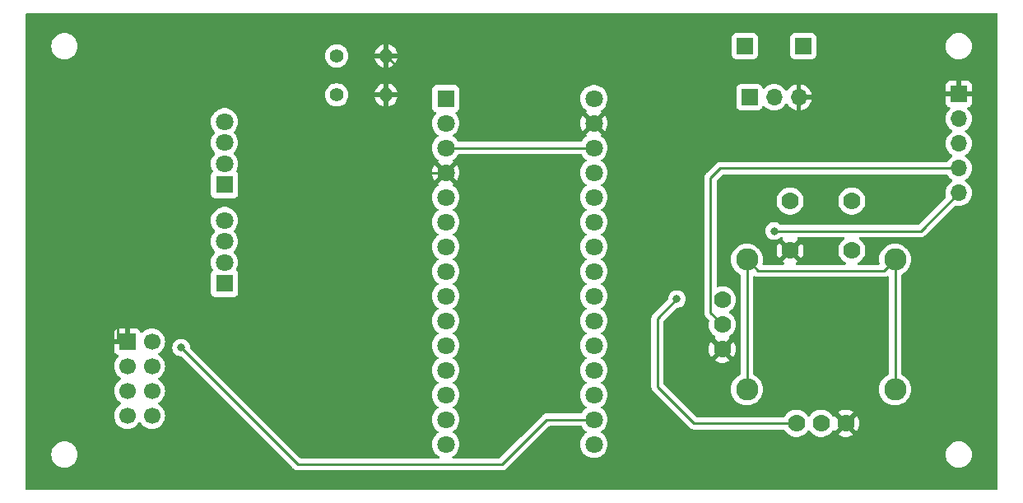
<source format=gbr>
%TF.GenerationSoftware,KiCad,Pcbnew,7.0.7*%
%TF.CreationDate,2023-10-01T22:00:11-07:00*%
%TF.ProjectId,v1,76312e6b-6963-4616-945f-706362585858,0*%
%TF.SameCoordinates,Original*%
%TF.FileFunction,Copper,L2,Bot*%
%TF.FilePolarity,Positive*%
%FSLAX46Y46*%
G04 Gerber Fmt 4.6, Leading zero omitted, Abs format (unit mm)*
G04 Created by KiCad (PCBNEW 7.0.7) date 2023-10-01 22:00:11*
%MOMM*%
%LPD*%
G01*
G04 APERTURE LIST*
%TA.AperFunction,ComponentPad*%
%ADD10R,1.700000X1.700000*%
%TD*%
%TA.AperFunction,ComponentPad*%
%ADD11O,1.700000X1.700000*%
%TD*%
%TA.AperFunction,ComponentPad*%
%ADD12C,1.400000*%
%TD*%
%TA.AperFunction,ComponentPad*%
%ADD13O,1.400000X1.400000*%
%TD*%
%TA.AperFunction,ComponentPad*%
%ADD14R,1.800000X1.800000*%
%TD*%
%TA.AperFunction,ComponentPad*%
%ADD15C,1.800000*%
%TD*%
%TA.AperFunction,ComponentPad*%
%ADD16C,1.778000*%
%TD*%
%TA.AperFunction,ComponentPad*%
%ADD17C,2.286000*%
%TD*%
%TA.AperFunction,ComponentPad*%
%ADD18C,1.700000*%
%TD*%
%TA.AperFunction,ViaPad*%
%ADD19C,0.800000*%
%TD*%
%TA.AperFunction,Conductor*%
%ADD20C,0.250000*%
%TD*%
G04 APERTURE END LIST*
D10*
%TO.P,J2,1,Pin_1*%
%TO.N,Net-(J2-Pin_1)*%
X108460000Y-78230000D03*
D11*
%TO.P,J2,2,Pin_2*%
%TO.N,Net-(J2-Pin_2)*%
X111000000Y-78230000D03*
%TO.P,J2,3,Pin_3*%
%TO.N,GND*%
X113540000Y-78230000D03*
%TD*%
D12*
%TO.P,R1,1*%
%TO.N,Net-(D1-A)*%
X66000000Y-78000000D03*
D13*
%TO.P,R1,2*%
%TO.N,GND*%
X71080000Y-78000000D03*
%TD*%
D14*
%TO.P,TB1,1,D1/TX*%
%TO.N,unconnected-(TB1-D1{slash}TX-Pad1)*%
X77222500Y-78380000D03*
D15*
%TO.P,TB1,2,D0/RX*%
%TO.N,unconnected-(TB1-D0{slash}RX-Pad2)*%
X77222500Y-80920000D03*
%TO.P,TB1,3,RESET*%
%TO.N,unconnected-(TB1-RESET-Pad28)*%
X77222500Y-83460000D03*
%TO.P,TB1,4,COM/GND*%
%TO.N,GND*%
X77222500Y-86000000D03*
%TO.P,TB1,5,D2*%
%TO.N,Net-(D1-RK)*%
X77222500Y-88540000D03*
%TO.P,TB1,6,D3*%
%TO.N,Net-(D1-GK)*%
X77222500Y-91080000D03*
%TO.P,TB1,7,D4*%
%TO.N,Net-(D1-BK)*%
X77222500Y-93620000D03*
%TO.P,TB1,8,D5*%
%TO.N,Net-(D2-RK)*%
X77222500Y-96160000D03*
%TO.P,TB1,9,D6*%
%TO.N,Net-(D2-GK)*%
X77222500Y-98700000D03*
%TO.P,TB1,10,D7*%
%TO.N,Net-(D2-BK)*%
X77222500Y-101240000D03*
%TO.P,TB1,11,D8*%
%TO.N,unconnected-(TB1-D8-Pad11)*%
X77222500Y-103780000D03*
%TO.P,TB1,12,D9*%
%TO.N,Net-(TB1-D9)*%
X77222500Y-106320000D03*
%TO.P,TB1,13,D10*%
%TO.N,Net-(TB1-D10)*%
X77222500Y-108860000D03*
%TO.P,TB1,14,D11/MOSI*%
%TO.N,Net-(TB1-D11{slash}MOSI)*%
X77222500Y-111400000D03*
%TO.P,TB1,15,D12/MISO*%
%TO.N,Net-(TB1-D12{slash}MISO)*%
X77222500Y-113940000D03*
%TO.P,TB1,16,D13/SCK*%
%TO.N,Net-(TB1-D13{slash}SCK)*%
X92462500Y-113940000D03*
%TO.P,TB1,17,3V3*%
%TO.N,Net-(TB1-3V3)*%
X92462500Y-111400000D03*
%TO.P,TB1,18,AREF*%
%TO.N,unconnected-(TB1-AREF-Pad18)*%
X92462500Y-108860000D03*
%TO.P,TB1,19,A0*%
%TO.N,Net-(J1-Pin_3)*%
X92462500Y-106320000D03*
%TO.P,TB1,20,A1*%
%TO.N,Net-(J1-Pin_4)*%
X92462500Y-103780000D03*
%TO.P,TB1,21,A2*%
%TO.N,unconnected-(TB1-A2-Pad21)*%
X92462500Y-101240000D03*
%TO.P,TB1,22,A3*%
%TO.N,unconnected-(TB1-A3-Pad22)*%
X92462500Y-98700000D03*
%TO.P,TB1,23,A4*%
%TO.N,unconnected-(TB1-A4-Pad23)*%
X92462500Y-96160000D03*
%TO.P,TB1,24,A5*%
%TO.N,unconnected-(TB1-A5-Pad24)*%
X92462500Y-93620000D03*
%TO.P,TB1,25,A6*%
%TO.N,unconnected-(TB1-A6-Pad25)*%
X92462500Y-91080000D03*
%TO.P,TB1,26,A7*%
%TO.N,unconnected-(TB1-A7-Pad26)*%
X92462500Y-88540000D03*
%TO.P,TB1,27,+5V*%
%TO.N,Net-(J1-Pin_5)*%
X92462500Y-86000000D03*
%TO.P,TB1,28,RESET*%
%TO.N,unconnected-(TB1-RESET-Pad28)*%
X92462500Y-83460000D03*
%TO.P,TB1,29,COM/GND*%
%TO.N,GND*%
X92462500Y-80920000D03*
%TO.P,TB1,30,VIN*%
%TO.N,Net-(J2-Pin_1)*%
X92462500Y-78380000D03*
%TD*%
D16*
%TO.P,U2,B1A,SEL+*%
%TO.N,Net-(J1-Pin_2)*%
X112650000Y-88920000D03*
%TO.P,U2,B1B*%
%TO.N,N/C*%
X119000000Y-88920000D03*
%TO.P,U2,B2A,SEL-*%
%TO.N,GND*%
X112650000Y-94000000D03*
%TO.P,U2,B2B*%
%TO.N,N/C*%
X119000000Y-94000000D03*
%TO.P,U2,H1,H+*%
%TO.N,Net-(J1-Pin_5)*%
X113285000Y-111780000D03*
%TO.P,U2,H2,H*%
%TO.N,Net-(J1-Pin_3)*%
X115825000Y-111780000D03*
%TO.P,U2,H3,H-*%
%TO.N,GND*%
X118365000Y-111780000D03*
D17*
%TO.P,U2,S1,SHIELD*%
%TO.N,unconnected-(U2-SHIELD-PadS1)*%
X108205000Y-94952500D03*
%TO.P,U2,S2,SHIELD*%
X108205000Y-108287500D03*
%TO.P,U2,S3,SHIELD*%
X123445000Y-108287500D03*
%TO.P,U2,S4,SHIELD*%
X123445000Y-94952500D03*
D16*
%TO.P,U2,V1,V+*%
%TO.N,Net-(J1-Pin_5)*%
X105665000Y-99080000D03*
%TO.P,U2,V2,V*%
%TO.N,Net-(J1-Pin_4)*%
X105665000Y-101620000D03*
%TO.P,U2,V3,V-*%
%TO.N,GND*%
X105665000Y-104160000D03*
%TD*%
D10*
%TO.P,J4,1,Pin_1*%
%TO.N,Net-(J2-Pin_2)*%
X114000000Y-73000000D03*
%TD*%
%TO.P,J1,1,Pin_1*%
%TO.N,GND*%
X130000000Y-77920000D03*
D11*
%TO.P,J1,2,Pin_2*%
%TO.N,Net-(J1-Pin_2)*%
X130000000Y-80460000D03*
%TO.P,J1,3,Pin_3*%
%TO.N,Net-(J1-Pin_3)*%
X130000000Y-83000000D03*
%TO.P,J1,4,Pin_4*%
%TO.N,Net-(J1-Pin_4)*%
X130000000Y-85540000D03*
%TO.P,J1,5,Pin_5*%
%TO.N,Net-(J1-Pin_5)*%
X130000000Y-88080000D03*
%TD*%
D12*
%TO.P,R2,1*%
%TO.N,Net-(D2-A)*%
X66000000Y-74000000D03*
D13*
%TO.P,R2,2*%
%TO.N,GND*%
X71080000Y-74000000D03*
%TD*%
D14*
%TO.P,D1,1,BK*%
%TO.N,Net-(D1-BK)*%
X54462500Y-87240000D03*
D15*
%TO.P,D1,2,GK*%
%TO.N,Net-(D1-GK)*%
X54462500Y-85081000D03*
%TO.P,D1,3,A*%
%TO.N,Net-(D1-A)*%
X54462500Y-82922000D03*
%TO.P,D1,4,RK*%
%TO.N,Net-(D1-RK)*%
X54462500Y-80763000D03*
%TD*%
D10*
%TO.P,J3,1,Pin_1*%
%TO.N,Net-(J2-Pin_1)*%
X108000000Y-73000000D03*
%TD*%
D14*
%TO.P,D2,1,BK*%
%TO.N,Net-(D2-BK)*%
X54462500Y-97399000D03*
D15*
%TO.P,D2,2,GK*%
%TO.N,Net-(D2-GK)*%
X54462500Y-95240000D03*
%TO.P,D2,3,A*%
%TO.N,Net-(D2-A)*%
X54462500Y-93081000D03*
%TO.P,D2,4,RK*%
%TO.N,Net-(D2-RK)*%
X54462500Y-90922000D03*
%TD*%
D10*
%TO.P,U1,1,GND*%
%TO.N,GND*%
X44460000Y-103375000D03*
D18*
%TO.P,U1,2,VCC*%
%TO.N,Net-(TB1-3V3)*%
X47000000Y-103375000D03*
%TO.P,U1,3,CE*%
%TO.N,Net-(TB1-D9)*%
X44460000Y-105915000D03*
%TO.P,U1,4,~{CSN}*%
%TO.N,Net-(TB1-D10)*%
X47000000Y-105915000D03*
%TO.P,U1,5,SCK*%
%TO.N,Net-(TB1-D13{slash}SCK)*%
X44460000Y-108455000D03*
%TO.P,U1,6,MOSI*%
%TO.N,Net-(TB1-D11{slash}MOSI)*%
X47000000Y-108455000D03*
%TO.P,U1,7,MISO*%
%TO.N,Net-(TB1-D12{slash}MISO)*%
X44460000Y-110995000D03*
%TO.P,U1,8,IRQ*%
%TO.N,unconnected-(U1-IRQ-Pad8)*%
X47000000Y-110995000D03*
%TD*%
D19*
%TO.N,Net-(TB1-3V3)*%
X50000000Y-104000000D03*
%TO.N,Net-(J1-Pin_5)*%
X101000000Y-99000000D03*
X111000000Y-92000000D03*
%TD*%
D20*
%TO.N,GND*%
X70000000Y-86000000D02*
X71000000Y-86000000D01*
X44208750Y-100000000D02*
X61000000Y-100000000D01*
X61000000Y-100000000D02*
X66000000Y-95000000D01*
X66000000Y-95000000D02*
X66000000Y-90000000D01*
X66000000Y-90000000D02*
X70000000Y-86000000D01*
X43460000Y-100748750D02*
X44208750Y-100000000D01*
X43460000Y-103375000D02*
X43460000Y-100748750D01*
X71000000Y-86000000D02*
X74000000Y-86000000D01*
X71080000Y-74000000D02*
X74000000Y-76920000D01*
X71080000Y-78000000D02*
X71080000Y-85920000D01*
X74000000Y-76920000D02*
X74000000Y-86000000D01*
X74000000Y-86000000D02*
X77222500Y-86000000D01*
X71080000Y-85920000D02*
X71000000Y-86000000D01*
%TO.N,Net-(TB1-3V3)*%
X50000000Y-104000000D02*
X62000000Y-116000000D01*
X62000000Y-116000000D02*
X83000000Y-116000000D01*
X87600000Y-111400000D02*
X92462500Y-111400000D01*
X83000000Y-116000000D02*
X87600000Y-111400000D01*
%TO.N,unconnected-(TB1-RESET-Pad28)*%
X77222500Y-83460000D02*
X92462500Y-83460000D01*
%TO.N,Net-(J1-Pin_4)*%
X105665000Y-101620000D02*
X104451000Y-100406000D01*
X104451000Y-86549000D02*
X105460000Y-85540000D01*
X105460000Y-85540000D02*
X130000000Y-85540000D01*
X104451000Y-100406000D02*
X104451000Y-86549000D01*
%TO.N,unconnected-(U2-SHIELD-PadS1)*%
X109348000Y-96095500D02*
X122302000Y-96095500D01*
X123445000Y-94952500D02*
X123445000Y-108287500D01*
X108205000Y-108287500D02*
X108205000Y-94952500D01*
X122302000Y-96095500D02*
X123445000Y-94952500D01*
X108205000Y-94952500D02*
X109348000Y-96095500D01*
%TO.N,Net-(J1-Pin_5)*%
X126080000Y-92000000D02*
X130000000Y-88080000D01*
X99000000Y-101000000D02*
X99000000Y-108000000D01*
X111000000Y-92000000D02*
X126080000Y-92000000D01*
X102780000Y-111780000D02*
X113285000Y-111780000D01*
X101000000Y-99000000D02*
X99000000Y-101000000D01*
X99000000Y-108000000D02*
X102780000Y-111780000D01*
%TD*%
%TA.AperFunction,Conductor*%
%TO.N,GND*%
G36*
X91198188Y-84105185D02*
G01*
X91234958Y-84141679D01*
X91353516Y-84323147D01*
X91353519Y-84323151D01*
X91353521Y-84323153D01*
X91510716Y-84493913D01*
X91688318Y-84632146D01*
X91729131Y-84688856D01*
X91732806Y-84758629D01*
X91698175Y-84819312D01*
X91688319Y-84827852D01*
X91510718Y-84966085D01*
X91353516Y-85136852D01*
X91226575Y-85331151D01*
X91133342Y-85543699D01*
X91076366Y-85768691D01*
X91076364Y-85768702D01*
X91057200Y-85999993D01*
X91057200Y-86000006D01*
X91076364Y-86231297D01*
X91076366Y-86231308D01*
X91133342Y-86456300D01*
X91226575Y-86668848D01*
X91353516Y-86863147D01*
X91353519Y-86863151D01*
X91353521Y-86863153D01*
X91510716Y-87033913D01*
X91688318Y-87172146D01*
X91729131Y-87228856D01*
X91732806Y-87298629D01*
X91698175Y-87359312D01*
X91688319Y-87367852D01*
X91510718Y-87506085D01*
X91353516Y-87676852D01*
X91226575Y-87871151D01*
X91133342Y-88083699D01*
X91076366Y-88308691D01*
X91076364Y-88308702D01*
X91057200Y-88539993D01*
X91057200Y-88540006D01*
X91076364Y-88771297D01*
X91076366Y-88771308D01*
X91133342Y-88996300D01*
X91226575Y-89208848D01*
X91353516Y-89403147D01*
X91353519Y-89403151D01*
X91353521Y-89403153D01*
X91510716Y-89573913D01*
X91510719Y-89573915D01*
X91510722Y-89573918D01*
X91688318Y-89712147D01*
X91729131Y-89768857D01*
X91732806Y-89838630D01*
X91698174Y-89899313D01*
X91688318Y-89907853D01*
X91510722Y-90046081D01*
X91510719Y-90046084D01*
X91353516Y-90216852D01*
X91226575Y-90411151D01*
X91133342Y-90623699D01*
X91076366Y-90848691D01*
X91076364Y-90848702D01*
X91057200Y-91079993D01*
X91057200Y-91080006D01*
X91076364Y-91311297D01*
X91076366Y-91311308D01*
X91133342Y-91536300D01*
X91226575Y-91748848D01*
X91353516Y-91943147D01*
X91353519Y-91943151D01*
X91353521Y-91943153D01*
X91510716Y-92113913D01*
X91510719Y-92113915D01*
X91510722Y-92113918D01*
X91688318Y-92252147D01*
X91729131Y-92308857D01*
X91732806Y-92378630D01*
X91698174Y-92439313D01*
X91688318Y-92447853D01*
X91510722Y-92586081D01*
X91510719Y-92586084D01*
X91510716Y-92586086D01*
X91510716Y-92586087D01*
X91472434Y-92627673D01*
X91353516Y-92756852D01*
X91226575Y-92951151D01*
X91133342Y-93163699D01*
X91076366Y-93388691D01*
X91076364Y-93388702D01*
X91057200Y-93619993D01*
X91057200Y-93620006D01*
X91076364Y-93851297D01*
X91076366Y-93851308D01*
X91133342Y-94076300D01*
X91226575Y-94288848D01*
X91353516Y-94483147D01*
X91353519Y-94483151D01*
X91353521Y-94483153D01*
X91510716Y-94653913D01*
X91510719Y-94653915D01*
X91510722Y-94653918D01*
X91688318Y-94792147D01*
X91729131Y-94848857D01*
X91732806Y-94918630D01*
X91698174Y-94979313D01*
X91688318Y-94987853D01*
X91510722Y-95126081D01*
X91510719Y-95126084D01*
X91510716Y-95126086D01*
X91510716Y-95126087D01*
X91473231Y-95166807D01*
X91353516Y-95296852D01*
X91226575Y-95491151D01*
X91133342Y-95703699D01*
X91076366Y-95928691D01*
X91076364Y-95928702D01*
X91057200Y-96159993D01*
X91057200Y-96160006D01*
X91076364Y-96391297D01*
X91076366Y-96391308D01*
X91133342Y-96616300D01*
X91226575Y-96828848D01*
X91353516Y-97023147D01*
X91353519Y-97023151D01*
X91353521Y-97023153D01*
X91510716Y-97193913D01*
X91510719Y-97193915D01*
X91510722Y-97193918D01*
X91688318Y-97332147D01*
X91729131Y-97388857D01*
X91732806Y-97458630D01*
X91698174Y-97519313D01*
X91688318Y-97527853D01*
X91510722Y-97666081D01*
X91510719Y-97666084D01*
X91353516Y-97836852D01*
X91226575Y-98031151D01*
X91133342Y-98243699D01*
X91076366Y-98468691D01*
X91076364Y-98468702D01*
X91057200Y-98699993D01*
X91057200Y-98700006D01*
X91076364Y-98931297D01*
X91076366Y-98931308D01*
X91133342Y-99156300D01*
X91226575Y-99368848D01*
X91353516Y-99563147D01*
X91353519Y-99563151D01*
X91353521Y-99563153D01*
X91510716Y-99733913D01*
X91510719Y-99733915D01*
X91510722Y-99733918D01*
X91688318Y-99872147D01*
X91729131Y-99928857D01*
X91732806Y-99998630D01*
X91698174Y-100059313D01*
X91688318Y-100067853D01*
X91510722Y-100206081D01*
X91510719Y-100206084D01*
X91353516Y-100376852D01*
X91226575Y-100571151D01*
X91133342Y-100783699D01*
X91076366Y-101008691D01*
X91076364Y-101008702D01*
X91057200Y-101239993D01*
X91057200Y-101240006D01*
X91076364Y-101471297D01*
X91076366Y-101471308D01*
X91133342Y-101696300D01*
X91226575Y-101908848D01*
X91353516Y-102103147D01*
X91353519Y-102103151D01*
X91353521Y-102103153D01*
X91510716Y-102273913D01*
X91510719Y-102273915D01*
X91510722Y-102273918D01*
X91688318Y-102412147D01*
X91729131Y-102468857D01*
X91732806Y-102538630D01*
X91698174Y-102599313D01*
X91688318Y-102607853D01*
X91510722Y-102746081D01*
X91510719Y-102746084D01*
X91353516Y-102916852D01*
X91226575Y-103111151D01*
X91133342Y-103323699D01*
X91076366Y-103548691D01*
X91076364Y-103548702D01*
X91057200Y-103779993D01*
X91057200Y-103780006D01*
X91076364Y-104011297D01*
X91076366Y-104011308D01*
X91133342Y-104236300D01*
X91226575Y-104448848D01*
X91353516Y-104643147D01*
X91353519Y-104643151D01*
X91353521Y-104643153D01*
X91510716Y-104813913D01*
X91510719Y-104813915D01*
X91510722Y-104813918D01*
X91688318Y-104952147D01*
X91729131Y-105008857D01*
X91732806Y-105078630D01*
X91698174Y-105139313D01*
X91688318Y-105147853D01*
X91510722Y-105286081D01*
X91510719Y-105286084D01*
X91510716Y-105286086D01*
X91510716Y-105286087D01*
X91473231Y-105326807D01*
X91353516Y-105456852D01*
X91226575Y-105651151D01*
X91133342Y-105863699D01*
X91076366Y-106088691D01*
X91076364Y-106088702D01*
X91057200Y-106319993D01*
X91057200Y-106320006D01*
X91076364Y-106551297D01*
X91076366Y-106551308D01*
X91133342Y-106776300D01*
X91226575Y-106988848D01*
X91353516Y-107183147D01*
X91353519Y-107183151D01*
X91353521Y-107183153D01*
X91510716Y-107353913D01*
X91510719Y-107353915D01*
X91510722Y-107353918D01*
X91688318Y-107492147D01*
X91729131Y-107548857D01*
X91732806Y-107618630D01*
X91698174Y-107679313D01*
X91688318Y-107687853D01*
X91510722Y-107826081D01*
X91510719Y-107826084D01*
X91353516Y-107996852D01*
X91226575Y-108191151D01*
X91133342Y-108403699D01*
X91076366Y-108628691D01*
X91076364Y-108628702D01*
X91057200Y-108859993D01*
X91057200Y-108860006D01*
X91076364Y-109091297D01*
X91076366Y-109091308D01*
X91133342Y-109316300D01*
X91226575Y-109528848D01*
X91353516Y-109723147D01*
X91353519Y-109723151D01*
X91353521Y-109723153D01*
X91510716Y-109893913D01*
X91510719Y-109893915D01*
X91510722Y-109893918D01*
X91688318Y-110032147D01*
X91729131Y-110088857D01*
X91732806Y-110158630D01*
X91698174Y-110219313D01*
X91688318Y-110227853D01*
X91510722Y-110366081D01*
X91510719Y-110366084D01*
X91353516Y-110536852D01*
X91234958Y-110718321D01*
X91181811Y-110763678D01*
X91131149Y-110774500D01*
X87682737Y-110774500D01*
X87667120Y-110772776D01*
X87667093Y-110773062D01*
X87659331Y-110772327D01*
X87590203Y-110774500D01*
X87560650Y-110774500D01*
X87559929Y-110774590D01*
X87553757Y-110775369D01*
X87547945Y-110775826D01*
X87501372Y-110777290D01*
X87501369Y-110777291D01*
X87482126Y-110782881D01*
X87463083Y-110786825D01*
X87443204Y-110789336D01*
X87443203Y-110789337D01*
X87399878Y-110806490D01*
X87394352Y-110808382D01*
X87349608Y-110821383D01*
X87349604Y-110821385D01*
X87332365Y-110831580D01*
X87314898Y-110840137D01*
X87296269Y-110847512D01*
X87296267Y-110847513D01*
X87258564Y-110874906D01*
X87253682Y-110878112D01*
X87213580Y-110901828D01*
X87199408Y-110916000D01*
X87184623Y-110928628D01*
X87168412Y-110940407D01*
X87138709Y-110976310D01*
X87134776Y-110980631D01*
X84945909Y-113169500D01*
X82777228Y-115338181D01*
X82715905Y-115371666D01*
X82689547Y-115374500D01*
X78003994Y-115374500D01*
X77936955Y-115354815D01*
X77891200Y-115302011D01*
X77881256Y-115232853D01*
X77910281Y-115169297D01*
X77944976Y-115141445D01*
X77991126Y-115116470D01*
X78174284Y-114973913D01*
X78331479Y-114803153D01*
X78458424Y-114608849D01*
X78551657Y-114396300D01*
X78608634Y-114171305D01*
X78608635Y-114171297D01*
X78627800Y-113940006D01*
X78627800Y-113939993D01*
X78608635Y-113708702D01*
X78608633Y-113708691D01*
X78551657Y-113483699D01*
X78458424Y-113271151D01*
X78331483Y-113076852D01*
X78331480Y-113076849D01*
X78331479Y-113076847D01*
X78174284Y-112906087D01*
X77996680Y-112767853D01*
X77955868Y-112711143D01*
X77952193Y-112641370D01*
X77986824Y-112580687D01*
X77996681Y-112572146D01*
X78043800Y-112535472D01*
X78174284Y-112433913D01*
X78331479Y-112263153D01*
X78458424Y-112068849D01*
X78551657Y-111856300D01*
X78608634Y-111631305D01*
X78608635Y-111631297D01*
X78627800Y-111400006D01*
X78627800Y-111399993D01*
X78608635Y-111168702D01*
X78608633Y-111168691D01*
X78551657Y-110943699D01*
X78458424Y-110731151D01*
X78331483Y-110536852D01*
X78331480Y-110536849D01*
X78331479Y-110536847D01*
X78174284Y-110366087D01*
X77996680Y-110227853D01*
X77955868Y-110171143D01*
X77952193Y-110101370D01*
X77986824Y-110040687D01*
X77996681Y-110032146D01*
X78174284Y-109893913D01*
X78331479Y-109723153D01*
X78458424Y-109528849D01*
X78551657Y-109316300D01*
X78608634Y-109091305D01*
X78608635Y-109091297D01*
X78627800Y-108860006D01*
X78627800Y-108859993D01*
X78608635Y-108628702D01*
X78608633Y-108628691D01*
X78551657Y-108403699D01*
X78458424Y-108191151D01*
X78331483Y-107996852D01*
X78331480Y-107996849D01*
X78331479Y-107996847D01*
X78174284Y-107826087D01*
X78174279Y-107826083D01*
X78174277Y-107826081D01*
X77996681Y-107687852D01*
X77955868Y-107631142D01*
X77952193Y-107561369D01*
X77986825Y-107500686D01*
X77996665Y-107492158D01*
X78174284Y-107353913D01*
X78331479Y-107183153D01*
X78458424Y-106988849D01*
X78551657Y-106776300D01*
X78608634Y-106551305D01*
X78608635Y-106551297D01*
X78627800Y-106320006D01*
X78627800Y-106319993D01*
X78608635Y-106088702D01*
X78608633Y-106088691D01*
X78551657Y-105863699D01*
X78458424Y-105651151D01*
X78331483Y-105456852D01*
X78331480Y-105456849D01*
X78331479Y-105456847D01*
X78174284Y-105286087D01*
X78174279Y-105286083D01*
X78174277Y-105286081D01*
X77996681Y-105147852D01*
X77955868Y-105091142D01*
X77952193Y-105021369D01*
X77986825Y-104960686D01*
X77996665Y-104952158D01*
X78174284Y-104813913D01*
X78331479Y-104643153D01*
X78458424Y-104448849D01*
X78551657Y-104236300D01*
X78608634Y-104011305D01*
X78610147Y-103993046D01*
X78627800Y-103780006D01*
X78627800Y-103779993D01*
X78608635Y-103548702D01*
X78608633Y-103548691D01*
X78551657Y-103323699D01*
X78458424Y-103111151D01*
X78331483Y-102916852D01*
X78331480Y-102916849D01*
X78331479Y-102916847D01*
X78174284Y-102746087D01*
X77996680Y-102607853D01*
X77955868Y-102551143D01*
X77952193Y-102481370D01*
X77986824Y-102420687D01*
X77996681Y-102412146D01*
X78174284Y-102273913D01*
X78331479Y-102103153D01*
X78458424Y-101908849D01*
X78551657Y-101696300D01*
X78608634Y-101471305D01*
X78608635Y-101471297D01*
X78627800Y-101240006D01*
X78627800Y-101239993D01*
X78608635Y-101008702D01*
X78608633Y-101008691D01*
X78551657Y-100783699D01*
X78458424Y-100571151D01*
X78331483Y-100376852D01*
X78331480Y-100376849D01*
X78331479Y-100376847D01*
X78174284Y-100206087D01*
X77996680Y-100067853D01*
X77955868Y-100011143D01*
X77952193Y-99941370D01*
X77986824Y-99880687D01*
X77996681Y-99872146D01*
X78174284Y-99733913D01*
X78331479Y-99563153D01*
X78458424Y-99368849D01*
X78551657Y-99156300D01*
X78608634Y-98931305D01*
X78608635Y-98931297D01*
X78627800Y-98700006D01*
X78627800Y-98699993D01*
X78608635Y-98468702D01*
X78608633Y-98468691D01*
X78551657Y-98243699D01*
X78458424Y-98031151D01*
X78331483Y-97836852D01*
X78331480Y-97836849D01*
X78331479Y-97836847D01*
X78174284Y-97666087D01*
X77996680Y-97527853D01*
X77955868Y-97471143D01*
X77952193Y-97401370D01*
X77986824Y-97340687D01*
X77996681Y-97332146D01*
X78174284Y-97193913D01*
X78331479Y-97023153D01*
X78458424Y-96828849D01*
X78551657Y-96616300D01*
X78608634Y-96391305D01*
X78608635Y-96391297D01*
X78627800Y-96160006D01*
X78627800Y-96159993D01*
X78608635Y-95928702D01*
X78608633Y-95928691D01*
X78551657Y-95703699D01*
X78458424Y-95491151D01*
X78331483Y-95296852D01*
X78331480Y-95296849D01*
X78331479Y-95296847D01*
X78174284Y-95126087D01*
X77996680Y-94987853D01*
X77955868Y-94931143D01*
X77952193Y-94861370D01*
X77986824Y-94800687D01*
X77996681Y-94792146D01*
X77999843Y-94789685D01*
X78174284Y-94653913D01*
X78331479Y-94483153D01*
X78458424Y-94288849D01*
X78551657Y-94076300D01*
X78608634Y-93851305D01*
X78608635Y-93851297D01*
X78627800Y-93620006D01*
X78627800Y-93619993D01*
X78608635Y-93388702D01*
X78608633Y-93388691D01*
X78551657Y-93163699D01*
X78458424Y-92951151D01*
X78331483Y-92756852D01*
X78331480Y-92756849D01*
X78331479Y-92756847D01*
X78174284Y-92586087D01*
X77996680Y-92447853D01*
X77955868Y-92391143D01*
X77952193Y-92321370D01*
X77986824Y-92260687D01*
X77996681Y-92252146D01*
X78174284Y-92113913D01*
X78331479Y-91943153D01*
X78458424Y-91748849D01*
X78551657Y-91536300D01*
X78608634Y-91311305D01*
X78608635Y-91311297D01*
X78627800Y-91080006D01*
X78627800Y-91079993D01*
X78608635Y-90848702D01*
X78608633Y-90848691D01*
X78551657Y-90623699D01*
X78458424Y-90411151D01*
X78331483Y-90216852D01*
X78331480Y-90216849D01*
X78331479Y-90216847D01*
X78174284Y-90046087D01*
X77996680Y-89907853D01*
X77955868Y-89851143D01*
X77952193Y-89781370D01*
X77986824Y-89720687D01*
X77996681Y-89712146D01*
X78174284Y-89573913D01*
X78331479Y-89403153D01*
X78458424Y-89208849D01*
X78551657Y-88996300D01*
X78608634Y-88771305D01*
X78608635Y-88771297D01*
X78627800Y-88540006D01*
X78627800Y-88539993D01*
X78608635Y-88308702D01*
X78608633Y-88308691D01*
X78551657Y-88083699D01*
X78458424Y-87871151D01*
X78331483Y-87676852D01*
X78331480Y-87676849D01*
X78331479Y-87676847D01*
X78174284Y-87506087D01*
X78131357Y-87472675D01*
X77996273Y-87367535D01*
X77955460Y-87310825D01*
X77951786Y-87241052D01*
X77986418Y-87180369D01*
X77996274Y-87171828D01*
X78021298Y-87152351D01*
X77444557Y-86575610D01*
X77411072Y-86514287D01*
X77416056Y-86444595D01*
X77457928Y-86388662D01*
X77478430Y-86376212D01*
X77478857Y-86376007D01*
X77578298Y-86283740D01*
X77600533Y-86245226D01*
X77651096Y-86197014D01*
X77719703Y-86183789D01*
X77784568Y-86209756D01*
X77795600Y-86219547D01*
X78373686Y-86797634D01*
X78457984Y-86668606D01*
X78551182Y-86456135D01*
X78608138Y-86231218D01*
X78627298Y-86000005D01*
X78627298Y-85999994D01*
X78608138Y-85768781D01*
X78551182Y-85543864D01*
X78457983Y-85331390D01*
X78373686Y-85202364D01*
X77797684Y-85778367D01*
X77736361Y-85811852D01*
X77666669Y-85806868D01*
X77613055Y-85767998D01*
X77532035Y-85666400D01*
X77532033Y-85666399D01*
X77459775Y-85617134D01*
X77415473Y-85563106D01*
X77407415Y-85493702D01*
X77438157Y-85430959D01*
X77441946Y-85427000D01*
X78021299Y-84847647D01*
X77996275Y-84828171D01*
X77955461Y-84771461D01*
X77951786Y-84701688D01*
X77986416Y-84641004D01*
X77996260Y-84632473D01*
X78174284Y-84493913D01*
X78331479Y-84323153D01*
X78432568Y-84168425D01*
X78450042Y-84141679D01*
X78503189Y-84096322D01*
X78553851Y-84085500D01*
X91131149Y-84085500D01*
X91198188Y-84105185D01*
G37*
%TD.AperFunction*%
%TA.AperFunction,Conductor*%
G36*
X118209552Y-92645185D02*
G01*
X118255307Y-92697989D01*
X118265251Y-92767147D01*
X118236226Y-92830703D01*
X118218675Y-92847353D01*
X118055699Y-92974201D01*
X118055689Y-92974211D01*
X117899728Y-93143629D01*
X117773782Y-93336405D01*
X117681282Y-93547285D01*
X117624753Y-93770515D01*
X117605738Y-93999994D01*
X117605738Y-94000005D01*
X117624753Y-94229484D01*
X117681282Y-94452714D01*
X117773782Y-94663594D01*
X117899728Y-94856370D01*
X117899731Y-94856373D01*
X118055692Y-95025792D01*
X118169139Y-95114091D01*
X118236868Y-95166807D01*
X118237411Y-95167229D01*
X118366236Y-95236946D01*
X118415825Y-95286165D01*
X118430933Y-95354381D01*
X118406763Y-95419937D01*
X118350987Y-95462018D01*
X118307217Y-95470000D01*
X113341732Y-95470000D01*
X113274693Y-95450315D01*
X113228938Y-95397511D01*
X113218994Y-95328353D01*
X113248019Y-95264797D01*
X113282714Y-95236945D01*
X113412316Y-95166807D01*
X113412322Y-95166803D01*
X113440959Y-95144514D01*
X113440959Y-95144512D01*
X112872057Y-94575610D01*
X112838572Y-94514287D01*
X112843556Y-94444595D01*
X112885428Y-94388662D01*
X112905930Y-94376212D01*
X112906357Y-94376007D01*
X113005798Y-94283740D01*
X113028033Y-94245226D01*
X113078596Y-94197014D01*
X113147203Y-94183789D01*
X113212068Y-94209756D01*
X113223100Y-94219547D01*
X113793238Y-94789686D01*
X113875774Y-94663357D01*
X113968242Y-94452553D01*
X114024750Y-94229408D01*
X114024752Y-94229396D01*
X114043760Y-94000005D01*
X114043760Y-93999994D01*
X114024752Y-93770603D01*
X114024750Y-93770591D01*
X113968242Y-93547446D01*
X113875775Y-93336644D01*
X113793238Y-93210312D01*
X113225184Y-93778367D01*
X113163861Y-93811852D01*
X113094169Y-93806868D01*
X113040555Y-93767998D01*
X112959535Y-93666400D01*
X112959533Y-93666399D01*
X112887275Y-93617134D01*
X112842973Y-93563106D01*
X112834915Y-93493702D01*
X112865657Y-93430959D01*
X112869446Y-93427000D01*
X113440959Y-92855487D01*
X113440959Y-92855485D01*
X113430513Y-92847355D01*
X113389698Y-92790646D01*
X113386023Y-92720873D01*
X113420653Y-92660189D01*
X113482593Y-92627860D01*
X113506673Y-92625500D01*
X118142513Y-92625500D01*
X118209552Y-92645185D01*
G37*
%TD.AperFunction*%
%TA.AperFunction,Conductor*%
G36*
X133942539Y-69640185D02*
G01*
X133988294Y-69692989D01*
X133999500Y-69744500D01*
X133999500Y-118495500D01*
X133979815Y-118562539D01*
X133927011Y-118608294D01*
X133875500Y-118619500D01*
X34124500Y-118619500D01*
X34057461Y-118599815D01*
X34011706Y-118547011D01*
X34000500Y-118495500D01*
X34000500Y-115000000D01*
X36644341Y-115000000D01*
X36664936Y-115235403D01*
X36664938Y-115235413D01*
X36702206Y-115374500D01*
X36726097Y-115463663D01*
X36776031Y-115570745D01*
X36825964Y-115677828D01*
X36825965Y-115677830D01*
X36961505Y-115871402D01*
X37128597Y-116038494D01*
X37322169Y-116174034D01*
X37322171Y-116174035D01*
X37536337Y-116273903D01*
X37764592Y-116335063D01*
X37941034Y-116350500D01*
X38058966Y-116350500D01*
X38235408Y-116335063D01*
X38463663Y-116273903D01*
X38677829Y-116174035D01*
X38871401Y-116038495D01*
X39038495Y-115871401D01*
X39174035Y-115677830D01*
X39273903Y-115463663D01*
X39335063Y-115235408D01*
X39355659Y-115000000D01*
X39335063Y-114764592D01*
X39273903Y-114536337D01*
X39174035Y-114322171D01*
X39174034Y-114322169D01*
X39038494Y-114128597D01*
X38871402Y-113961505D01*
X38677830Y-113825965D01*
X38677828Y-113825964D01*
X38570745Y-113776031D01*
X38463663Y-113726097D01*
X38463659Y-113726096D01*
X38463655Y-113726094D01*
X38235413Y-113664938D01*
X38235403Y-113664936D01*
X38058966Y-113649500D01*
X37941034Y-113649500D01*
X37764596Y-113664936D01*
X37764586Y-113664938D01*
X37536344Y-113726094D01*
X37536335Y-113726098D01*
X37322171Y-113825964D01*
X37322169Y-113825965D01*
X37128597Y-113961505D01*
X36961506Y-114128597D01*
X36961501Y-114128604D01*
X36825967Y-114322165D01*
X36825965Y-114322169D01*
X36726098Y-114536335D01*
X36726094Y-114536344D01*
X36664938Y-114764586D01*
X36664936Y-114764596D01*
X36644341Y-114999999D01*
X36644341Y-115000000D01*
X34000500Y-115000000D01*
X34000500Y-110995000D01*
X43104341Y-110995000D01*
X43124936Y-111230403D01*
X43124938Y-111230413D01*
X43186094Y-111458655D01*
X43186096Y-111458659D01*
X43186097Y-111458663D01*
X43240004Y-111574267D01*
X43285965Y-111672830D01*
X43285967Y-111672834D01*
X43337484Y-111746407D01*
X43421505Y-111866401D01*
X43588599Y-112033495D01*
X43639090Y-112068849D01*
X43782165Y-112169032D01*
X43782167Y-112169033D01*
X43782170Y-112169035D01*
X43996337Y-112268903D01*
X44224592Y-112330063D01*
X44412918Y-112346539D01*
X44459999Y-112350659D01*
X44460000Y-112350659D01*
X44460001Y-112350659D01*
X44499234Y-112347226D01*
X44695408Y-112330063D01*
X44923663Y-112268903D01*
X45137830Y-112169035D01*
X45331401Y-112033495D01*
X45498495Y-111866401D01*
X45628424Y-111680842D01*
X45683002Y-111637217D01*
X45752500Y-111630023D01*
X45814855Y-111661546D01*
X45831575Y-111680842D01*
X45961500Y-111866395D01*
X45961505Y-111866401D01*
X46128599Y-112033495D01*
X46179090Y-112068849D01*
X46322165Y-112169032D01*
X46322167Y-112169033D01*
X46322170Y-112169035D01*
X46536337Y-112268903D01*
X46764592Y-112330063D01*
X46952918Y-112346539D01*
X46999999Y-112350659D01*
X47000000Y-112350659D01*
X47000001Y-112350659D01*
X47039234Y-112347226D01*
X47235408Y-112330063D01*
X47463663Y-112268903D01*
X47677830Y-112169035D01*
X47871401Y-112033495D01*
X48038495Y-111866401D01*
X48174035Y-111672830D01*
X48273903Y-111458663D01*
X48335063Y-111230408D01*
X48355659Y-110995000D01*
X48335063Y-110759592D01*
X48273903Y-110531337D01*
X48174035Y-110317171D01*
X48111495Y-110227853D01*
X48038494Y-110123597D01*
X47871402Y-109956506D01*
X47871396Y-109956501D01*
X47685842Y-109826575D01*
X47642217Y-109771998D01*
X47635023Y-109702500D01*
X47666546Y-109640145D01*
X47685842Y-109623425D01*
X47820910Y-109528849D01*
X47871401Y-109493495D01*
X48038495Y-109326401D01*
X48174035Y-109132830D01*
X48273903Y-108918663D01*
X48335063Y-108690408D01*
X48355659Y-108455000D01*
X48353610Y-108431586D01*
X48341004Y-108287500D01*
X48335063Y-108219592D01*
X48273903Y-107991337D01*
X48174035Y-107777171D01*
X48148645Y-107740909D01*
X48038494Y-107583597D01*
X47871402Y-107416506D01*
X47871396Y-107416501D01*
X47685842Y-107286575D01*
X47642217Y-107231998D01*
X47635023Y-107162500D01*
X47666546Y-107100145D01*
X47685842Y-107083425D01*
X47820910Y-106988849D01*
X47871401Y-106953495D01*
X48038495Y-106786401D01*
X48174035Y-106592830D01*
X48273903Y-106378663D01*
X48335063Y-106150408D01*
X48355659Y-105915000D01*
X48335063Y-105679592D01*
X48273903Y-105451337D01*
X48174035Y-105237171D01*
X48111495Y-105147853D01*
X48038494Y-105043597D01*
X47871402Y-104876506D01*
X47871396Y-104876501D01*
X47685842Y-104746575D01*
X47642217Y-104691998D01*
X47635023Y-104622500D01*
X47666546Y-104560145D01*
X47685842Y-104543425D01*
X47762823Y-104489522D01*
X47871401Y-104413495D01*
X48038495Y-104246401D01*
X48174035Y-104052830D01*
X48198670Y-104000000D01*
X49094540Y-104000000D01*
X49114326Y-104188256D01*
X49114327Y-104188259D01*
X49172818Y-104368277D01*
X49172821Y-104368284D01*
X49267467Y-104532216D01*
X49384629Y-104662337D01*
X49394129Y-104672888D01*
X49547265Y-104784148D01*
X49547270Y-104784151D01*
X49720192Y-104861142D01*
X49720197Y-104861144D01*
X49905354Y-104900500D01*
X49964548Y-104900500D01*
X50031587Y-104920185D01*
X50052229Y-104936819D01*
X61499194Y-116383784D01*
X61509019Y-116396048D01*
X61509240Y-116395866D01*
X61514210Y-116401873D01*
X61514213Y-116401876D01*
X61514214Y-116401877D01*
X61564651Y-116449241D01*
X61585530Y-116470120D01*
X61591004Y-116474366D01*
X61595442Y-116478156D01*
X61629418Y-116510062D01*
X61629422Y-116510064D01*
X61646973Y-116519713D01*
X61663231Y-116530392D01*
X61679064Y-116542674D01*
X61701015Y-116552172D01*
X61721837Y-116561183D01*
X61727081Y-116563752D01*
X61767908Y-116586197D01*
X61787312Y-116591179D01*
X61805710Y-116597478D01*
X61824105Y-116605438D01*
X61870129Y-116612726D01*
X61875832Y-116613907D01*
X61920981Y-116625500D01*
X61941016Y-116625500D01*
X61960413Y-116627026D01*
X61980196Y-116630160D01*
X62026583Y-116625775D01*
X62032422Y-116625500D01*
X82917257Y-116625500D01*
X82932877Y-116627224D01*
X82932904Y-116626939D01*
X82940660Y-116627671D01*
X82940667Y-116627673D01*
X83009814Y-116625500D01*
X83039350Y-116625500D01*
X83046228Y-116624630D01*
X83052041Y-116624172D01*
X83098627Y-116622709D01*
X83117869Y-116617117D01*
X83136912Y-116613174D01*
X83156792Y-116610664D01*
X83200122Y-116593507D01*
X83205646Y-116591617D01*
X83209396Y-116590527D01*
X83250390Y-116578618D01*
X83267629Y-116568422D01*
X83285103Y-116559862D01*
X83303727Y-116552488D01*
X83303727Y-116552487D01*
X83303732Y-116552486D01*
X83341449Y-116525082D01*
X83346305Y-116521892D01*
X83386420Y-116498170D01*
X83400589Y-116483999D01*
X83415379Y-116471368D01*
X83431587Y-116459594D01*
X83461299Y-116423676D01*
X83465212Y-116419376D01*
X87822771Y-112061819D01*
X87884095Y-112028334D01*
X87910453Y-112025500D01*
X91131149Y-112025500D01*
X91198188Y-112045185D01*
X91234958Y-112081679D01*
X91353516Y-112263147D01*
X91353519Y-112263151D01*
X91353521Y-112263153D01*
X91510716Y-112433913D01*
X91510719Y-112433915D01*
X91510722Y-112433918D01*
X91688318Y-112572147D01*
X91729131Y-112628857D01*
X91732806Y-112698630D01*
X91698174Y-112759313D01*
X91688318Y-112767853D01*
X91510722Y-112906081D01*
X91510719Y-112906084D01*
X91510716Y-112906086D01*
X91510716Y-112906087D01*
X91473231Y-112946807D01*
X91353516Y-113076852D01*
X91226575Y-113271151D01*
X91133342Y-113483699D01*
X91076366Y-113708691D01*
X91076364Y-113708702D01*
X91057200Y-113939993D01*
X91057200Y-113940006D01*
X91076364Y-114171297D01*
X91076366Y-114171308D01*
X91133342Y-114396300D01*
X91226575Y-114608848D01*
X91353516Y-114803147D01*
X91353519Y-114803151D01*
X91353521Y-114803153D01*
X91510716Y-114973913D01*
X91510719Y-114973915D01*
X91510722Y-114973918D01*
X91693865Y-115116464D01*
X91693871Y-115116468D01*
X91693874Y-115116470D01*
X91897997Y-115226936D01*
X91991053Y-115258882D01*
X92117515Y-115302297D01*
X92117517Y-115302297D01*
X92117519Y-115302298D01*
X92346451Y-115340500D01*
X92346452Y-115340500D01*
X92578548Y-115340500D01*
X92578549Y-115340500D01*
X92807481Y-115302298D01*
X93027003Y-115226936D01*
X93231126Y-115116470D01*
X93380767Y-115000000D01*
X128644341Y-115000000D01*
X128664936Y-115235403D01*
X128664938Y-115235413D01*
X128702206Y-115374500D01*
X128726097Y-115463663D01*
X128776031Y-115570745D01*
X128825964Y-115677828D01*
X128825965Y-115677830D01*
X128961505Y-115871402D01*
X129128597Y-116038494D01*
X129322169Y-116174034D01*
X129322171Y-116174035D01*
X129536337Y-116273903D01*
X129764592Y-116335063D01*
X129941034Y-116350500D01*
X130058966Y-116350500D01*
X130235408Y-116335063D01*
X130463663Y-116273903D01*
X130677829Y-116174035D01*
X130871401Y-116038495D01*
X131038495Y-115871401D01*
X131174035Y-115677830D01*
X131273903Y-115463663D01*
X131335063Y-115235408D01*
X131355659Y-115000000D01*
X131335063Y-114764592D01*
X131273903Y-114536337D01*
X131174035Y-114322171D01*
X131174034Y-114322169D01*
X131038494Y-114128597D01*
X130871402Y-113961505D01*
X130677830Y-113825965D01*
X130677828Y-113825964D01*
X130570745Y-113776030D01*
X130463663Y-113726097D01*
X130463659Y-113726096D01*
X130463655Y-113726094D01*
X130235413Y-113664938D01*
X130235403Y-113664936D01*
X130058966Y-113649500D01*
X129941034Y-113649500D01*
X129764596Y-113664936D01*
X129764586Y-113664938D01*
X129536344Y-113726094D01*
X129536335Y-113726098D01*
X129322171Y-113825964D01*
X129322169Y-113825965D01*
X129128597Y-113961505D01*
X128961506Y-114128597D01*
X128961501Y-114128604D01*
X128825967Y-114322165D01*
X128825965Y-114322169D01*
X128726098Y-114536335D01*
X128726094Y-114536344D01*
X128664938Y-114764586D01*
X128664936Y-114764596D01*
X128644341Y-114999999D01*
X128644341Y-115000000D01*
X93380767Y-115000000D01*
X93414284Y-114973913D01*
X93571479Y-114803153D01*
X93698424Y-114608849D01*
X93791657Y-114396300D01*
X93848634Y-114171305D01*
X93848635Y-114171297D01*
X93867800Y-113940006D01*
X93867800Y-113939993D01*
X93848635Y-113708702D01*
X93848633Y-113708691D01*
X93791657Y-113483699D01*
X93698424Y-113271151D01*
X93571483Y-113076852D01*
X93571480Y-113076849D01*
X93571479Y-113076847D01*
X93414284Y-112906087D01*
X93236680Y-112767853D01*
X93195868Y-112711143D01*
X93192193Y-112641370D01*
X93226824Y-112580687D01*
X93236681Y-112572146D01*
X93283800Y-112535472D01*
X93414284Y-112433913D01*
X93571479Y-112263153D01*
X93698424Y-112068849D01*
X93791657Y-111856300D01*
X93848634Y-111631305D01*
X93848635Y-111631297D01*
X93867800Y-111400006D01*
X93867800Y-111399993D01*
X93848635Y-111168702D01*
X93848633Y-111168691D01*
X93791657Y-110943699D01*
X93698424Y-110731151D01*
X93571483Y-110536852D01*
X93571480Y-110536849D01*
X93571479Y-110536847D01*
X93414284Y-110366087D01*
X93236680Y-110227853D01*
X93195868Y-110171143D01*
X93192193Y-110101370D01*
X93226824Y-110040687D01*
X93236681Y-110032146D01*
X93414284Y-109893913D01*
X93571479Y-109723153D01*
X93698424Y-109528849D01*
X93791657Y-109316300D01*
X93848634Y-109091305D01*
X93848635Y-109091297D01*
X93867800Y-108860006D01*
X93867800Y-108859993D01*
X93848635Y-108628702D01*
X93848633Y-108628691D01*
X93791657Y-108403699D01*
X93698424Y-108191151D01*
X93571483Y-107996852D01*
X93571480Y-107996849D01*
X93571479Y-107996847D01*
X93414284Y-107826087D01*
X93414279Y-107826083D01*
X93414277Y-107826081D01*
X93236681Y-107687852D01*
X93195868Y-107631142D01*
X93192193Y-107561369D01*
X93226825Y-107500686D01*
X93236665Y-107492158D01*
X93414284Y-107353913D01*
X93571479Y-107183153D01*
X93698424Y-106988849D01*
X93791657Y-106776300D01*
X93848634Y-106551305D01*
X93848635Y-106551297D01*
X93867800Y-106320006D01*
X93867800Y-106319993D01*
X93848635Y-106088702D01*
X93848633Y-106088691D01*
X93791657Y-105863699D01*
X93698424Y-105651151D01*
X93571483Y-105456852D01*
X93571480Y-105456849D01*
X93571479Y-105456847D01*
X93414284Y-105286087D01*
X93414279Y-105286083D01*
X93414277Y-105286081D01*
X93236681Y-105147852D01*
X93195868Y-105091142D01*
X93192193Y-105021369D01*
X93226825Y-104960686D01*
X93236665Y-104952158D01*
X93414284Y-104813913D01*
X93571479Y-104643153D01*
X93698424Y-104448849D01*
X93791657Y-104236300D01*
X93848634Y-104011305D01*
X93850147Y-103993046D01*
X93867800Y-103780006D01*
X93867800Y-103779993D01*
X93848635Y-103548702D01*
X93848633Y-103548691D01*
X93791657Y-103323699D01*
X93698424Y-103111151D01*
X93571483Y-102916852D01*
X93571480Y-102916849D01*
X93571479Y-102916847D01*
X93414284Y-102746087D01*
X93236680Y-102607853D01*
X93195868Y-102551143D01*
X93192193Y-102481370D01*
X93226824Y-102420687D01*
X93236681Y-102412146D01*
X93414284Y-102273913D01*
X93571479Y-102103153D01*
X93698424Y-101908849D01*
X93791657Y-101696300D01*
X93848634Y-101471305D01*
X93848635Y-101471297D01*
X93867800Y-101240006D01*
X93867800Y-101239993D01*
X93848635Y-101008702D01*
X93848633Y-101008691D01*
X93841417Y-100980195D01*
X98369840Y-100980195D01*
X98374225Y-101026583D01*
X98374500Y-101032421D01*
X98374500Y-107917255D01*
X98372775Y-107932872D01*
X98373061Y-107932899D01*
X98372326Y-107940665D01*
X98374500Y-108009814D01*
X98374500Y-108039343D01*
X98374501Y-108039360D01*
X98375368Y-108046231D01*
X98375826Y-108052050D01*
X98377290Y-108098624D01*
X98377291Y-108098627D01*
X98382880Y-108117867D01*
X98386824Y-108136911D01*
X98389336Y-108156791D01*
X98406490Y-108200119D01*
X98408382Y-108205647D01*
X98421381Y-108250388D01*
X98431580Y-108267634D01*
X98440138Y-108285103D01*
X98447514Y-108303732D01*
X98474898Y-108341423D01*
X98478106Y-108346307D01*
X98501827Y-108386416D01*
X98501833Y-108386424D01*
X98515990Y-108400580D01*
X98528628Y-108415376D01*
X98540405Y-108431586D01*
X98540406Y-108431587D01*
X98576309Y-108461288D01*
X98580620Y-108465210D01*
X101385241Y-111269832D01*
X102279197Y-112163788D01*
X102289022Y-112176051D01*
X102289243Y-112175869D01*
X102294214Y-112181878D01*
X102320217Y-112206295D01*
X102344635Y-112229226D01*
X102365529Y-112250120D01*
X102371011Y-112254373D01*
X102375443Y-112258157D01*
X102409418Y-112290062D01*
X102426976Y-112299714D01*
X102443235Y-112310395D01*
X102459064Y-112322673D01*
X102501838Y-112341182D01*
X102507056Y-112343738D01*
X102547908Y-112366197D01*
X102567316Y-112371180D01*
X102585717Y-112377480D01*
X102604104Y-112385437D01*
X102647488Y-112392308D01*
X102650119Y-112392725D01*
X102655839Y-112393909D01*
X102700981Y-112405500D01*
X102721016Y-112405500D01*
X102740414Y-112407026D01*
X102760194Y-112410159D01*
X102760195Y-112410160D01*
X102760195Y-112410159D01*
X102760196Y-112410160D01*
X102806583Y-112405775D01*
X102812422Y-112405500D01*
X111966789Y-112405500D01*
X112033828Y-112425185D01*
X112070598Y-112461679D01*
X112184728Y-112636370D01*
X112184731Y-112636373D01*
X112340692Y-112805792D01*
X112454139Y-112894091D01*
X112521868Y-112946807D01*
X112522411Y-112947229D01*
X112724931Y-113056828D01*
X112838025Y-113095653D01*
X112942725Y-113131597D01*
X112942727Y-113131597D01*
X112942729Y-113131598D01*
X113169863Y-113169500D01*
X113169864Y-113169500D01*
X113400136Y-113169500D01*
X113400137Y-113169500D01*
X113627271Y-113131598D01*
X113628693Y-113131110D01*
X113635662Y-113128717D01*
X113845069Y-113056828D01*
X114047589Y-112947229D01*
X114229308Y-112805792D01*
X114385269Y-112636373D01*
X114390179Y-112628857D01*
X114451191Y-112535472D01*
X114504337Y-112490115D01*
X114573569Y-112480691D01*
X114636905Y-112510193D01*
X114658809Y-112535472D01*
X114724728Y-112636370D01*
X114724731Y-112636373D01*
X114880692Y-112805792D01*
X114994139Y-112894091D01*
X115061868Y-112946807D01*
X115062411Y-112947229D01*
X115264931Y-113056828D01*
X115378025Y-113095653D01*
X115482725Y-113131597D01*
X115482727Y-113131597D01*
X115482729Y-113131598D01*
X115709863Y-113169500D01*
X115709864Y-113169500D01*
X115940136Y-113169500D01*
X115940137Y-113169500D01*
X116167271Y-113131598D01*
X116168693Y-113131110D01*
X116175662Y-113128717D01*
X116385069Y-113056828D01*
X116587589Y-112947229D01*
X116769308Y-112805792D01*
X116925269Y-112636373D01*
X116991490Y-112535013D01*
X117044636Y-112489657D01*
X117113868Y-112480233D01*
X117177203Y-112509735D01*
X117199108Y-112535014D01*
X117221760Y-112569685D01*
X117793727Y-111997718D01*
X117855050Y-111964233D01*
X117924741Y-111969217D01*
X117978355Y-112008086D01*
X118026812Y-112068849D01*
X118059248Y-112109522D01*
X118131682Y-112158906D01*
X118175983Y-112212933D01*
X118184043Y-112282337D01*
X118153300Y-112345080D01*
X118149511Y-112349040D01*
X117574038Y-112924512D01*
X117574039Y-112924513D01*
X117602683Y-112946807D01*
X117602685Y-112946808D01*
X117805131Y-113056367D01*
X117805140Y-113056370D01*
X118022849Y-113131110D01*
X118249905Y-113169000D01*
X118480095Y-113169000D01*
X118707150Y-113131110D01*
X118924859Y-113056370D01*
X118924868Y-113056367D01*
X119127316Y-112946807D01*
X119127322Y-112946803D01*
X119155959Y-112924514D01*
X119155959Y-112924512D01*
X118582937Y-112351490D01*
X118549452Y-112290167D01*
X118554436Y-112220475D01*
X118596308Y-112164542D01*
X118616814Y-112152090D01*
X118618224Y-112151412D01*
X118716450Y-112060272D01*
X118739006Y-112021202D01*
X118789571Y-111972987D01*
X118858178Y-111959763D01*
X118923043Y-111985730D01*
X118934074Y-111995521D01*
X119508238Y-112569686D01*
X119590774Y-112443357D01*
X119683242Y-112232553D01*
X119739750Y-112009408D01*
X119739752Y-112009396D01*
X119758760Y-111780005D01*
X119758760Y-111779994D01*
X119739752Y-111550603D01*
X119739750Y-111550591D01*
X119683242Y-111327446D01*
X119590775Y-111116644D01*
X119508238Y-110990312D01*
X118936271Y-111562280D01*
X118874948Y-111595765D01*
X118805256Y-111590781D01*
X118751643Y-111551912D01*
X118741185Y-111538798D01*
X118670752Y-111450478D01*
X118598314Y-111401090D01*
X118554014Y-111347064D01*
X118545955Y-111277661D01*
X118576698Y-111214918D01*
X118580487Y-111210958D01*
X119155959Y-110635487D01*
X119155959Y-110635485D01*
X119127318Y-110613194D01*
X118924867Y-110503632D01*
X118924859Y-110503629D01*
X118707150Y-110428889D01*
X118480095Y-110391000D01*
X118249905Y-110391000D01*
X118022849Y-110428889D01*
X117805140Y-110503629D01*
X117805132Y-110503632D01*
X117602681Y-110613194D01*
X117574039Y-110635485D01*
X117574039Y-110635486D01*
X118147062Y-111208509D01*
X118180547Y-111269832D01*
X118175563Y-111339524D01*
X118133691Y-111395457D01*
X118113189Y-111407907D01*
X118111778Y-111408586D01*
X118013550Y-111499727D01*
X117990993Y-111538798D01*
X117940425Y-111587013D01*
X117871818Y-111600235D01*
X117806953Y-111574267D01*
X117795925Y-111564478D01*
X117221759Y-110990312D01*
X117199106Y-111024986D01*
X117145960Y-111070342D01*
X117076729Y-111079766D01*
X117013393Y-111050264D01*
X116991489Y-111024985D01*
X116991190Y-111024528D01*
X116961157Y-110978557D01*
X116925271Y-110923629D01*
X116898355Y-110894390D01*
X116769308Y-110754208D01*
X116616775Y-110635487D01*
X116587591Y-110612772D01*
X116385069Y-110503172D01*
X116385061Y-110503169D01*
X116167274Y-110428402D01*
X115996920Y-110399975D01*
X115940137Y-110390500D01*
X115709863Y-110390500D01*
X115664436Y-110398080D01*
X115482725Y-110428402D01*
X115264938Y-110503169D01*
X115264930Y-110503172D01*
X115062408Y-110612772D01*
X114880694Y-110754206D01*
X114880689Y-110754211D01*
X114724727Y-110923630D01*
X114658808Y-111024528D01*
X114605662Y-111069884D01*
X114536431Y-111079308D01*
X114473095Y-111049806D01*
X114451192Y-111024528D01*
X114385272Y-110923630D01*
X114300534Y-110831580D01*
X114229308Y-110754208D01*
X114076775Y-110635487D01*
X114047591Y-110612772D01*
X113845069Y-110503172D01*
X113845061Y-110503169D01*
X113627274Y-110428402D01*
X113456920Y-110399975D01*
X113400137Y-110390500D01*
X113169863Y-110390500D01*
X113124436Y-110398080D01*
X112942725Y-110428402D01*
X112724938Y-110503169D01*
X112724930Y-110503172D01*
X112522408Y-110612772D01*
X112340694Y-110754206D01*
X112340689Y-110754211D01*
X112184728Y-110923629D01*
X112070598Y-111098321D01*
X112017452Y-111143678D01*
X111966789Y-111154500D01*
X103090453Y-111154500D01*
X103023414Y-111134815D01*
X103002772Y-111118181D01*
X99661819Y-107777228D01*
X99628334Y-107715905D01*
X99625500Y-107689547D01*
X99625500Y-101310452D01*
X99645185Y-101243413D01*
X99661819Y-101222771D01*
X100947772Y-99936819D01*
X101009095Y-99903334D01*
X101035453Y-99900500D01*
X101094644Y-99900500D01*
X101094646Y-99900500D01*
X101279803Y-99861144D01*
X101452730Y-99784151D01*
X101605871Y-99672888D01*
X101732533Y-99532216D01*
X101827179Y-99368284D01*
X101885674Y-99188256D01*
X101905460Y-99000000D01*
X101885674Y-98811744D01*
X101827179Y-98631716D01*
X101732533Y-98467784D01*
X101605871Y-98327112D01*
X101605870Y-98327111D01*
X101452734Y-98215851D01*
X101452729Y-98215848D01*
X101279807Y-98138857D01*
X101279802Y-98138855D01*
X101134000Y-98107865D01*
X101094646Y-98099500D01*
X100905354Y-98099500D01*
X100872897Y-98106398D01*
X100720197Y-98138855D01*
X100720192Y-98138857D01*
X100547270Y-98215848D01*
X100547265Y-98215851D01*
X100394129Y-98327111D01*
X100267466Y-98467785D01*
X100172821Y-98631715D01*
X100172818Y-98631722D01*
X100118304Y-98799500D01*
X100114326Y-98811744D01*
X100101761Y-98931297D01*
X100096679Y-98979649D01*
X100070094Y-99044263D01*
X100061039Y-99054368D01*
X98616208Y-100499199D01*
X98603951Y-100509020D01*
X98604134Y-100509241D01*
X98598123Y-100514213D01*
X98550772Y-100564636D01*
X98529889Y-100585519D01*
X98529877Y-100585532D01*
X98525621Y-100591017D01*
X98521837Y-100595447D01*
X98489937Y-100629418D01*
X98489936Y-100629420D01*
X98480284Y-100646976D01*
X98469610Y-100663226D01*
X98457329Y-100679061D01*
X98457324Y-100679068D01*
X98438815Y-100721838D01*
X98436245Y-100727084D01*
X98413803Y-100767906D01*
X98408822Y-100787307D01*
X98402521Y-100805710D01*
X98394562Y-100824102D01*
X98394561Y-100824105D01*
X98387271Y-100870127D01*
X98386087Y-100875846D01*
X98374501Y-100920972D01*
X98374500Y-100920982D01*
X98374500Y-100941016D01*
X98372973Y-100960415D01*
X98369840Y-100980194D01*
X98369840Y-100980195D01*
X93841417Y-100980195D01*
X93791657Y-100783699D01*
X93698424Y-100571151D01*
X93571483Y-100376852D01*
X93571480Y-100376849D01*
X93571479Y-100376847D01*
X93414284Y-100206087D01*
X93236680Y-100067853D01*
X93195868Y-100011143D01*
X93192193Y-99941370D01*
X93226824Y-99880687D01*
X93236681Y-99872146D01*
X93414284Y-99733913D01*
X93571479Y-99563153D01*
X93698424Y-99368849D01*
X93791657Y-99156300D01*
X93848634Y-98931305D01*
X93848635Y-98931297D01*
X93867800Y-98700006D01*
X93867800Y-98699993D01*
X93848635Y-98468702D01*
X93848633Y-98468691D01*
X93791657Y-98243699D01*
X93698424Y-98031151D01*
X93571483Y-97836852D01*
X93571480Y-97836849D01*
X93571479Y-97836847D01*
X93414284Y-97666087D01*
X93236680Y-97527853D01*
X93195868Y-97471143D01*
X93192193Y-97401370D01*
X93226824Y-97340687D01*
X93236681Y-97332146D01*
X93414284Y-97193913D01*
X93571479Y-97023153D01*
X93698424Y-96828849D01*
X93791657Y-96616300D01*
X93848634Y-96391305D01*
X93848635Y-96391297D01*
X93867800Y-96160006D01*
X93867800Y-96159993D01*
X93848635Y-95928702D01*
X93848633Y-95928691D01*
X93791657Y-95703699D01*
X93698424Y-95491151D01*
X93571483Y-95296852D01*
X93571480Y-95296849D01*
X93571479Y-95296847D01*
X93414284Y-95126087D01*
X93236680Y-94987853D01*
X93195868Y-94931143D01*
X93192193Y-94861370D01*
X93226824Y-94800687D01*
X93236681Y-94792146D01*
X93239843Y-94789685D01*
X93414284Y-94653913D01*
X93571479Y-94483153D01*
X93698424Y-94288849D01*
X93791657Y-94076300D01*
X93848634Y-93851305D01*
X93848635Y-93851297D01*
X93867800Y-93620006D01*
X93867800Y-93619993D01*
X93848635Y-93388702D01*
X93848633Y-93388691D01*
X93791657Y-93163699D01*
X93698424Y-92951151D01*
X93571483Y-92756852D01*
X93571480Y-92756849D01*
X93571479Y-92756847D01*
X93414284Y-92586087D01*
X93236680Y-92447853D01*
X93195868Y-92391143D01*
X93192193Y-92321370D01*
X93226824Y-92260687D01*
X93236681Y-92252146D01*
X93414284Y-92113913D01*
X93571479Y-91943153D01*
X93698424Y-91748849D01*
X93791657Y-91536300D01*
X93848634Y-91311305D01*
X93848635Y-91311297D01*
X93867800Y-91080006D01*
X93867800Y-91079993D01*
X93848635Y-90848702D01*
X93848633Y-90848691D01*
X93791657Y-90623699D01*
X93698424Y-90411151D01*
X93571483Y-90216852D01*
X93571480Y-90216849D01*
X93571479Y-90216847D01*
X93414284Y-90046087D01*
X93236680Y-89907853D01*
X93195868Y-89851143D01*
X93192193Y-89781370D01*
X93226824Y-89720687D01*
X93236681Y-89712146D01*
X93414284Y-89573913D01*
X93571479Y-89403153D01*
X93698424Y-89208849D01*
X93791657Y-88996300D01*
X93848634Y-88771305D01*
X93848635Y-88771297D01*
X93867800Y-88540006D01*
X93867800Y-88539993D01*
X93848635Y-88308702D01*
X93848633Y-88308691D01*
X93791657Y-88083699D01*
X93698424Y-87871151D01*
X93571483Y-87676852D01*
X93571480Y-87676849D01*
X93571479Y-87676847D01*
X93414284Y-87506087D01*
X93236680Y-87367853D01*
X93195868Y-87311143D01*
X93192193Y-87241370D01*
X93226824Y-87180687D01*
X93236681Y-87172146D01*
X93414284Y-87033913D01*
X93571479Y-86863153D01*
X93698424Y-86668849D01*
X93759682Y-86529195D01*
X103820840Y-86529195D01*
X103825225Y-86575583D01*
X103825500Y-86581421D01*
X103825500Y-100323255D01*
X103823775Y-100338872D01*
X103824061Y-100338899D01*
X103823326Y-100346665D01*
X103825500Y-100415814D01*
X103825500Y-100445343D01*
X103825501Y-100445360D01*
X103826368Y-100452231D01*
X103826826Y-100458050D01*
X103828290Y-100504624D01*
X103828291Y-100504627D01*
X103833880Y-100523867D01*
X103837824Y-100542911D01*
X103840336Y-100562792D01*
X103853265Y-100595447D01*
X103857490Y-100606119D01*
X103859382Y-100611647D01*
X103872381Y-100656388D01*
X103882580Y-100673634D01*
X103891138Y-100691103D01*
X103898514Y-100709732D01*
X103925898Y-100747423D01*
X103929106Y-100752307D01*
X103952827Y-100792416D01*
X103952833Y-100792424D01*
X103966990Y-100806580D01*
X103979627Y-100821375D01*
X103981610Y-100824104D01*
X103991405Y-100837586D01*
X103991406Y-100837587D01*
X104027309Y-100867288D01*
X104031620Y-100871210D01*
X104257055Y-101096646D01*
X104292705Y-101132296D01*
X104326190Y-101193619D01*
X104325230Y-101250416D01*
X104289753Y-101390513D01*
X104270738Y-101619994D01*
X104270738Y-101620005D01*
X104289753Y-101849484D01*
X104346282Y-102072714D01*
X104438782Y-102283594D01*
X104564728Y-102476370D01*
X104589792Y-102503597D01*
X104720692Y-102645792D01*
X104786704Y-102697171D01*
X104906459Y-102790380D01*
X104905570Y-102791521D01*
X104946632Y-102839624D01*
X104956063Y-102908855D01*
X104926568Y-102972194D01*
X104906428Y-102989651D01*
X104906732Y-102990042D01*
X104874039Y-103015485D01*
X104874039Y-103015486D01*
X105447062Y-103588509D01*
X105480547Y-103649832D01*
X105475563Y-103719524D01*
X105433691Y-103775457D01*
X105413189Y-103787907D01*
X105411778Y-103788586D01*
X105313550Y-103879727D01*
X105290993Y-103918798D01*
X105240425Y-103967013D01*
X105171818Y-103980235D01*
X105106953Y-103954267D01*
X105095925Y-103944478D01*
X104521760Y-103370313D01*
X104439224Y-103496644D01*
X104346757Y-103707446D01*
X104290249Y-103930591D01*
X104290247Y-103930603D01*
X104271240Y-104159994D01*
X104271240Y-104160005D01*
X104290247Y-104389396D01*
X104290249Y-104389408D01*
X104346757Y-104612553D01*
X104439224Y-104823355D01*
X104521759Y-104949685D01*
X105093727Y-104377718D01*
X105155050Y-104344233D01*
X105224741Y-104349217D01*
X105278355Y-104388086D01*
X105326812Y-104448849D01*
X105359248Y-104489522D01*
X105431682Y-104538906D01*
X105475983Y-104592933D01*
X105484043Y-104662337D01*
X105453300Y-104725080D01*
X105449511Y-104729040D01*
X104874038Y-105304512D01*
X104874039Y-105304513D01*
X104902683Y-105326807D01*
X104902685Y-105326808D01*
X105105131Y-105436367D01*
X105105140Y-105436370D01*
X105322849Y-105511110D01*
X105549905Y-105549000D01*
X105780095Y-105549000D01*
X106007150Y-105511110D01*
X106224859Y-105436370D01*
X106224868Y-105436367D01*
X106427316Y-105326807D01*
X106427322Y-105326803D01*
X106455959Y-105304514D01*
X106455959Y-105304512D01*
X105882937Y-104731490D01*
X105849452Y-104670167D01*
X105854436Y-104600475D01*
X105896308Y-104544542D01*
X105916814Y-104532090D01*
X105918224Y-104531412D01*
X106016450Y-104440272D01*
X106039006Y-104401202D01*
X106089571Y-104352987D01*
X106158178Y-104339763D01*
X106223043Y-104365730D01*
X106234074Y-104375521D01*
X106808238Y-104949686D01*
X106890774Y-104823357D01*
X106983242Y-104612553D01*
X107039750Y-104389408D01*
X107039752Y-104389396D01*
X107058760Y-104160005D01*
X107058760Y-104159994D01*
X107039752Y-103930603D01*
X107039750Y-103930591D01*
X106983242Y-103707446D01*
X106890775Y-103496644D01*
X106808238Y-103370312D01*
X106236271Y-103942280D01*
X106174948Y-103975765D01*
X106105256Y-103970781D01*
X106051643Y-103931912D01*
X106041185Y-103918798D01*
X105970752Y-103830478D01*
X105898314Y-103781090D01*
X105854014Y-103727064D01*
X105845955Y-103657661D01*
X105876698Y-103594918D01*
X105880487Y-103590958D01*
X106455959Y-103015487D01*
X106455959Y-103015485D01*
X106423267Y-102990041D01*
X106424212Y-102988826D01*
X106383364Y-102940967D01*
X106373937Y-102871736D01*
X106403437Y-102808399D01*
X106423819Y-102790737D01*
X106423541Y-102790380D01*
X106480456Y-102746081D01*
X106609308Y-102645792D01*
X106765269Y-102476373D01*
X106891217Y-102283595D01*
X106983717Y-102072716D01*
X107040246Y-101849488D01*
X107059262Y-101620000D01*
X107040246Y-101390512D01*
X106983717Y-101167284D01*
X106891217Y-100956405D01*
X106868074Y-100920982D01*
X106765271Y-100763629D01*
X106729263Y-100724514D01*
X106609308Y-100594208D01*
X106487240Y-100499199D01*
X106423541Y-100449620D01*
X106424525Y-100448354D01*
X106383824Y-100400670D01*
X106374396Y-100331439D01*
X106403893Y-100268102D01*
X106423865Y-100250796D01*
X106423541Y-100250380D01*
X106480456Y-100206081D01*
X106609308Y-100105792D01*
X106765269Y-99936373D01*
X106891217Y-99743595D01*
X106983717Y-99532716D01*
X107040246Y-99309488D01*
X107059262Y-99080000D01*
X107040246Y-98850512D01*
X106983717Y-98627284D01*
X106891217Y-98416405D01*
X106845796Y-98346883D01*
X106765271Y-98223629D01*
X106651002Y-98099500D01*
X106609308Y-98054208D01*
X106541036Y-98001070D01*
X106427591Y-97912772D01*
X106225069Y-97803172D01*
X106225061Y-97803169D01*
X106007274Y-97728402D01*
X105836920Y-97699975D01*
X105780137Y-97690500D01*
X105549863Y-97690500D01*
X105517415Y-97695914D01*
X105322723Y-97728402D01*
X105240762Y-97756540D01*
X105170964Y-97759690D01*
X105110543Y-97724603D01*
X105078682Y-97662421D01*
X105076500Y-97639259D01*
X105076500Y-88920005D01*
X111255738Y-88920005D01*
X111274753Y-89149484D01*
X111331282Y-89372714D01*
X111423782Y-89583594D01*
X111549728Y-89776370D01*
X111549731Y-89776373D01*
X111705692Y-89945792D01*
X111819139Y-90034091D01*
X111850945Y-90058847D01*
X111887411Y-90087229D01*
X112089931Y-90196828D01*
X112203025Y-90235653D01*
X112307725Y-90271597D01*
X112307727Y-90271597D01*
X112307729Y-90271598D01*
X112534863Y-90309500D01*
X112534864Y-90309500D01*
X112765136Y-90309500D01*
X112765137Y-90309500D01*
X112992271Y-90271598D01*
X113210069Y-90196828D01*
X113412589Y-90087229D01*
X113594308Y-89945792D01*
X113750269Y-89776373D01*
X113876217Y-89583595D01*
X113968717Y-89372716D01*
X114025246Y-89149488D01*
X114044262Y-88920005D01*
X117605738Y-88920005D01*
X117624753Y-89149484D01*
X117681282Y-89372714D01*
X117773782Y-89583594D01*
X117899728Y-89776370D01*
X117899731Y-89776373D01*
X118055692Y-89945792D01*
X118169139Y-90034091D01*
X118200945Y-90058847D01*
X118237411Y-90087229D01*
X118439931Y-90196828D01*
X118553025Y-90235653D01*
X118657725Y-90271597D01*
X118657727Y-90271597D01*
X118657729Y-90271598D01*
X118884863Y-90309500D01*
X118884864Y-90309500D01*
X119115136Y-90309500D01*
X119115137Y-90309500D01*
X119342271Y-90271598D01*
X119560069Y-90196828D01*
X119762589Y-90087229D01*
X119944308Y-89945792D01*
X120100269Y-89776373D01*
X120226217Y-89583595D01*
X120318717Y-89372716D01*
X120375246Y-89149488D01*
X120394262Y-88920000D01*
X120375246Y-88690512D01*
X120318717Y-88467284D01*
X120226217Y-88256405D01*
X120220387Y-88247482D01*
X120100271Y-88063629D01*
X120073355Y-88034390D01*
X119944308Y-87894208D01*
X119876036Y-87841070D01*
X119762591Y-87752772D01*
X119560069Y-87643172D01*
X119560061Y-87643169D01*
X119342274Y-87568402D01*
X119171920Y-87539975D01*
X119115137Y-87530500D01*
X118884863Y-87530500D01*
X118839436Y-87538080D01*
X118657725Y-87568402D01*
X118439938Y-87643169D01*
X118439930Y-87643172D01*
X118237408Y-87752772D01*
X118055694Y-87894206D01*
X118055689Y-87894211D01*
X117899728Y-88063629D01*
X117773782Y-88256405D01*
X117681282Y-88467285D01*
X117624753Y-88690515D01*
X117605738Y-88919994D01*
X117605738Y-88920005D01*
X114044262Y-88920005D01*
X114044262Y-88920000D01*
X114025246Y-88690512D01*
X113968717Y-88467284D01*
X113876217Y-88256405D01*
X113870387Y-88247482D01*
X113750271Y-88063629D01*
X113723355Y-88034390D01*
X113594308Y-87894208D01*
X113526036Y-87841070D01*
X113412591Y-87752772D01*
X113210069Y-87643172D01*
X113210061Y-87643169D01*
X112992274Y-87568402D01*
X112821920Y-87539975D01*
X112765137Y-87530500D01*
X112534863Y-87530500D01*
X112489436Y-87538080D01*
X112307725Y-87568402D01*
X112089938Y-87643169D01*
X112089930Y-87643172D01*
X111887408Y-87752772D01*
X111705694Y-87894206D01*
X111705689Y-87894211D01*
X111549728Y-88063629D01*
X111423782Y-88256405D01*
X111331282Y-88467285D01*
X111274753Y-88690515D01*
X111255738Y-88919994D01*
X111255738Y-88920005D01*
X105076500Y-88920005D01*
X105076500Y-86859452D01*
X105096185Y-86792413D01*
X105112819Y-86771771D01*
X105682772Y-86201819D01*
X105744095Y-86168334D01*
X105770453Y-86165500D01*
X128724773Y-86165500D01*
X128791812Y-86185185D01*
X128826348Y-86218377D01*
X128961501Y-86411396D01*
X128961506Y-86411402D01*
X129128597Y-86578493D01*
X129128603Y-86578498D01*
X129314158Y-86708425D01*
X129357783Y-86763002D01*
X129364977Y-86832500D01*
X129333454Y-86894855D01*
X129314158Y-86911575D01*
X129128597Y-87041505D01*
X128961505Y-87208597D01*
X128825965Y-87402169D01*
X128825964Y-87402171D01*
X128726098Y-87616335D01*
X128726094Y-87616344D01*
X128664938Y-87844586D01*
X128664936Y-87844596D01*
X128644341Y-88079999D01*
X128644341Y-88080000D01*
X128664937Y-88315408D01*
X128691855Y-88415873D01*
X128690192Y-88485723D01*
X128659761Y-88535646D01*
X125857228Y-91338181D01*
X125795905Y-91371666D01*
X125769547Y-91374500D01*
X111703748Y-91374500D01*
X111636709Y-91354815D01*
X111611600Y-91333474D01*
X111605873Y-91327114D01*
X111605869Y-91327110D01*
X111452734Y-91215851D01*
X111452729Y-91215848D01*
X111279807Y-91138857D01*
X111279802Y-91138855D01*
X111134001Y-91107865D01*
X111094646Y-91099500D01*
X110905354Y-91099500D01*
X110872897Y-91106398D01*
X110720197Y-91138855D01*
X110720192Y-91138857D01*
X110547270Y-91215848D01*
X110547265Y-91215851D01*
X110394129Y-91327111D01*
X110267466Y-91467785D01*
X110172821Y-91631715D01*
X110172818Y-91631722D01*
X110122968Y-91785147D01*
X110114326Y-91811744D01*
X110094540Y-92000000D01*
X110114326Y-92188256D01*
X110114327Y-92188259D01*
X110172818Y-92368277D01*
X110172821Y-92368284D01*
X110267467Y-92532216D01*
X110369185Y-92645185D01*
X110394129Y-92672888D01*
X110547265Y-92784148D01*
X110547270Y-92784151D01*
X110720192Y-92861142D01*
X110720197Y-92861144D01*
X110905354Y-92900500D01*
X110905355Y-92900500D01*
X111094644Y-92900500D01*
X111094646Y-92900500D01*
X111279803Y-92861144D01*
X111452730Y-92784151D01*
X111605871Y-92672888D01*
X111608788Y-92669647D01*
X111611600Y-92666526D01*
X111671087Y-92629879D01*
X111703748Y-92625500D01*
X111793326Y-92625500D01*
X111860365Y-92645185D01*
X111906120Y-92697989D01*
X111916064Y-92767147D01*
X111887039Y-92830703D01*
X111869484Y-92847357D01*
X111859039Y-92855485D01*
X111859039Y-92855486D01*
X112427942Y-93424389D01*
X112461427Y-93485712D01*
X112456443Y-93555404D01*
X112414571Y-93611337D01*
X112394073Y-93623785D01*
X112393646Y-93623990D01*
X112393645Y-93623990D01*
X112294202Y-93716260D01*
X112294199Y-93716264D01*
X112271967Y-93754771D01*
X112221400Y-93802987D01*
X112152793Y-93816209D01*
X112087928Y-93790241D01*
X112076899Y-93780452D01*
X111506760Y-93210313D01*
X111424224Y-93336644D01*
X111331757Y-93547446D01*
X111275249Y-93770591D01*
X111275247Y-93770603D01*
X111256240Y-93999994D01*
X111256240Y-94000005D01*
X111275247Y-94229396D01*
X111275249Y-94229408D01*
X111331757Y-94452553D01*
X111424224Y-94663355D01*
X111506759Y-94789685D01*
X112074814Y-94221631D01*
X112136137Y-94188146D01*
X112205828Y-94193130D01*
X112259443Y-94232000D01*
X112340464Y-94333599D01*
X112340466Y-94333600D01*
X112412723Y-94382865D01*
X112457025Y-94436894D01*
X112465083Y-94506297D01*
X112434340Y-94569040D01*
X112430552Y-94572999D01*
X111859038Y-95144512D01*
X111859039Y-95144513D01*
X111887683Y-95166807D01*
X111887685Y-95166808D01*
X112017286Y-95236945D01*
X112066876Y-95286165D01*
X112081984Y-95354381D01*
X112057814Y-95419937D01*
X112002038Y-95462018D01*
X111958268Y-95470000D01*
X109928253Y-95470000D01*
X109861214Y-95450315D01*
X109815459Y-95397511D01*
X109805515Y-95328353D01*
X109807679Y-95317053D01*
X109826176Y-95240006D01*
X109833285Y-95210395D01*
X109853582Y-94952500D01*
X109833285Y-94694605D01*
X109772895Y-94443060D01*
X109684430Y-94229488D01*
X109673897Y-94204058D01*
X109569690Y-94034008D01*
X109538731Y-93983488D01*
X109538730Y-93983487D01*
X109538729Y-93983485D01*
X109425839Y-93851308D01*
X109370724Y-93786776D01*
X109263181Y-93694926D01*
X109174014Y-93618770D01*
X109174009Y-93618767D01*
X108953441Y-93483602D01*
X108714442Y-93384606D01*
X108714444Y-93384606D01*
X108714440Y-93384605D01*
X108714436Y-93384604D01*
X108714430Y-93384602D01*
X108462898Y-93324215D01*
X108269473Y-93308992D01*
X108205000Y-93303918D01*
X108204999Y-93303918D01*
X107947101Y-93324215D01*
X107695569Y-93384602D01*
X107695557Y-93384606D01*
X107456558Y-93483602D01*
X107235990Y-93618767D01*
X107235985Y-93618770D01*
X107039276Y-93786776D01*
X106871270Y-93983485D01*
X106871267Y-93983490D01*
X106736102Y-94204058D01*
X106637106Y-94443057D01*
X106637102Y-94443069D01*
X106576715Y-94694601D01*
X106556418Y-94952500D01*
X106576715Y-95210398D01*
X106637102Y-95461930D01*
X106637104Y-95461936D01*
X106637105Y-95461940D01*
X106640444Y-95470000D01*
X106736102Y-95700941D01*
X106871267Y-95921509D01*
X106871270Y-95921514D01*
X106936823Y-95998266D01*
X107039276Y-96118224D01*
X107088190Y-96160000D01*
X107235985Y-96286229D01*
X107235990Y-96286232D01*
X107456559Y-96421397D01*
X107456561Y-96421398D01*
X107502952Y-96440614D01*
X107557356Y-96484454D01*
X107579421Y-96550748D01*
X107579500Y-96555175D01*
X107579500Y-106684824D01*
X107559815Y-106751863D01*
X107507011Y-106797618D01*
X107502955Y-106799384D01*
X107456562Y-106818601D01*
X107456552Y-106818606D01*
X107235990Y-106953767D01*
X107235985Y-106953770D01*
X107039276Y-107121776D01*
X106871270Y-107318485D01*
X106871267Y-107318490D01*
X106736102Y-107539058D01*
X106637106Y-107778057D01*
X106637102Y-107778069D01*
X106576715Y-108029601D01*
X106556418Y-108287500D01*
X106576715Y-108545398D01*
X106637102Y-108796930D01*
X106637106Y-108796942D01*
X106736102Y-109035941D01*
X106871267Y-109256509D01*
X106871270Y-109256514D01*
X106930960Y-109326402D01*
X107039276Y-109453224D01*
X107127821Y-109528848D01*
X107235985Y-109621229D01*
X107235987Y-109621230D01*
X107235988Y-109621231D01*
X107248723Y-109629035D01*
X107456558Y-109756397D01*
X107541057Y-109791397D01*
X107695560Y-109855395D01*
X107947105Y-109915785D01*
X108205000Y-109936082D01*
X108462895Y-109915785D01*
X108714440Y-109855395D01*
X108953441Y-109756397D01*
X109174012Y-109621231D01*
X109370724Y-109453224D01*
X109538731Y-109256512D01*
X109673897Y-109035941D01*
X109772895Y-108796940D01*
X109833285Y-108545395D01*
X109853582Y-108287500D01*
X109833285Y-108029605D01*
X109772895Y-107778060D01*
X109692346Y-107583599D01*
X109673897Y-107539058D01*
X109575102Y-107377841D01*
X109538731Y-107318488D01*
X109538730Y-107318487D01*
X109538729Y-107318485D01*
X109464862Y-107231998D01*
X109370724Y-107121776D01*
X109215086Y-106988849D01*
X109174014Y-106953770D01*
X109174009Y-106953767D01*
X108953447Y-106818606D01*
X108953437Y-106818601D01*
X108907045Y-106799384D01*
X108852642Y-106755542D01*
X108830579Y-106689247D01*
X108830500Y-106684824D01*
X108830500Y-96738817D01*
X108850185Y-96671778D01*
X108902989Y-96626023D01*
X108972147Y-96616079D01*
X109019245Y-96636068D01*
X109020349Y-96634202D01*
X109027062Y-96638172D01*
X109027063Y-96638172D01*
X109027064Y-96638173D01*
X109069838Y-96656682D01*
X109075056Y-96659238D01*
X109115908Y-96681697D01*
X109135316Y-96686680D01*
X109153717Y-96692980D01*
X109172104Y-96700937D01*
X109215488Y-96707808D01*
X109218119Y-96708225D01*
X109223839Y-96709409D01*
X109268981Y-96721000D01*
X109289016Y-96721000D01*
X109308414Y-96722526D01*
X109328194Y-96725659D01*
X109328195Y-96725660D01*
X109328195Y-96725659D01*
X109328196Y-96725660D01*
X109374583Y-96721275D01*
X109380422Y-96721000D01*
X122219257Y-96721000D01*
X122234877Y-96722724D01*
X122234904Y-96722439D01*
X122242660Y-96723171D01*
X122242667Y-96723173D01*
X122311814Y-96721000D01*
X122341350Y-96721000D01*
X122348228Y-96720130D01*
X122354041Y-96719672D01*
X122400627Y-96718209D01*
X122419869Y-96712617D01*
X122438912Y-96708674D01*
X122458792Y-96706164D01*
X122502122Y-96689007D01*
X122507646Y-96687117D01*
X122511396Y-96686027D01*
X122552390Y-96674118D01*
X122569629Y-96663922D01*
X122587103Y-96655362D01*
X122605729Y-96647987D01*
X122605727Y-96647987D01*
X122605732Y-96647986D01*
X122622611Y-96635721D01*
X122688416Y-96612239D01*
X122756471Y-96628062D01*
X122805168Y-96678166D01*
X122819500Y-96736037D01*
X122819500Y-106684824D01*
X122799815Y-106751863D01*
X122747011Y-106797618D01*
X122742955Y-106799384D01*
X122696562Y-106818601D01*
X122696552Y-106818606D01*
X122475990Y-106953767D01*
X122475985Y-106953770D01*
X122279276Y-107121776D01*
X122111270Y-107318485D01*
X122111267Y-107318490D01*
X121976102Y-107539058D01*
X121877106Y-107778057D01*
X121877102Y-107778069D01*
X121816715Y-108029601D01*
X121796418Y-108287500D01*
X121816715Y-108545398D01*
X121877102Y-108796930D01*
X121877106Y-108796942D01*
X121976102Y-109035941D01*
X122111267Y-109256509D01*
X122111270Y-109256514D01*
X122170960Y-109326402D01*
X122279276Y-109453224D01*
X122367821Y-109528848D01*
X122475985Y-109621229D01*
X122475987Y-109621230D01*
X122475988Y-109621231D01*
X122488723Y-109629035D01*
X122696558Y-109756397D01*
X122781057Y-109791397D01*
X122935560Y-109855395D01*
X123187105Y-109915785D01*
X123445000Y-109936082D01*
X123702895Y-109915785D01*
X123954440Y-109855395D01*
X124193441Y-109756397D01*
X124414012Y-109621231D01*
X124610724Y-109453224D01*
X124778731Y-109256512D01*
X124913897Y-109035941D01*
X125012895Y-108796940D01*
X125073285Y-108545395D01*
X125093582Y-108287500D01*
X125073285Y-108029605D01*
X125012895Y-107778060D01*
X124932346Y-107583599D01*
X124913897Y-107539058D01*
X124815102Y-107377841D01*
X124778731Y-107318488D01*
X124778730Y-107318487D01*
X124778729Y-107318485D01*
X124704862Y-107231998D01*
X124610724Y-107121776D01*
X124455086Y-106988849D01*
X124414014Y-106953770D01*
X124414009Y-106953767D01*
X124193447Y-106818606D01*
X124193437Y-106818601D01*
X124147045Y-106799384D01*
X124092642Y-106755542D01*
X124070579Y-106689247D01*
X124070500Y-106684824D01*
X124070500Y-96555175D01*
X124090185Y-96488136D01*
X124142989Y-96442381D01*
X124147048Y-96440614D01*
X124173639Y-96429599D01*
X124193441Y-96421397D01*
X124414012Y-96286231D01*
X124610724Y-96118224D01*
X124778731Y-95921512D01*
X124913897Y-95700941D01*
X125012895Y-95461940D01*
X125073285Y-95210395D01*
X125093582Y-94952500D01*
X125073285Y-94694605D01*
X125012895Y-94443060D01*
X124924430Y-94229488D01*
X124913897Y-94204058D01*
X124809690Y-94034008D01*
X124778731Y-93983488D01*
X124778730Y-93983487D01*
X124778729Y-93983485D01*
X124665839Y-93851308D01*
X124610724Y-93786776D01*
X124503181Y-93694926D01*
X124414014Y-93618770D01*
X124414009Y-93618767D01*
X124193441Y-93483602D01*
X123954442Y-93384606D01*
X123954444Y-93384606D01*
X123954440Y-93384605D01*
X123954436Y-93384604D01*
X123954430Y-93384602D01*
X123702898Y-93324215D01*
X123509473Y-93308992D01*
X123445000Y-93303918D01*
X123444999Y-93303918D01*
X123187101Y-93324215D01*
X122935569Y-93384602D01*
X122935557Y-93384606D01*
X122696558Y-93483602D01*
X122475990Y-93618767D01*
X122475985Y-93618770D01*
X122279276Y-93786776D01*
X122111270Y-93983485D01*
X122111267Y-93983490D01*
X121976102Y-94204058D01*
X121877106Y-94443057D01*
X121877102Y-94443069D01*
X121816715Y-94694601D01*
X121796418Y-94952500D01*
X121816715Y-95210398D01*
X121842321Y-95317053D01*
X121838830Y-95386836D01*
X121798166Y-95443653D01*
X121733240Y-95469466D01*
X121721747Y-95470000D01*
X119692783Y-95470000D01*
X119625744Y-95450315D01*
X119579989Y-95397511D01*
X119570045Y-95328353D01*
X119599070Y-95264797D01*
X119633763Y-95236946D01*
X119762589Y-95167229D01*
X119944308Y-95025792D01*
X120100269Y-94856373D01*
X120226217Y-94663595D01*
X120318717Y-94452716D01*
X120375246Y-94229488D01*
X120394262Y-94000000D01*
X120389634Y-93944153D01*
X120380485Y-93833740D01*
X120375246Y-93770512D01*
X120318717Y-93547284D01*
X120226217Y-93336405D01*
X120210472Y-93312305D01*
X120100271Y-93143629D01*
X120042610Y-93080993D01*
X119944308Y-92974208D01*
X119944303Y-92974204D01*
X119944300Y-92974201D01*
X119781325Y-92847353D01*
X119740512Y-92790643D01*
X119736837Y-92720870D01*
X119771469Y-92660187D01*
X119833410Y-92627860D01*
X119857487Y-92625500D01*
X125997257Y-92625500D01*
X126012877Y-92627224D01*
X126012904Y-92626939D01*
X126020660Y-92627671D01*
X126020667Y-92627673D01*
X126089814Y-92625500D01*
X126119350Y-92625500D01*
X126126228Y-92624630D01*
X126132041Y-92624172D01*
X126178627Y-92622709D01*
X126197869Y-92617117D01*
X126216912Y-92613174D01*
X126236792Y-92610664D01*
X126280122Y-92593507D01*
X126285646Y-92591617D01*
X126289396Y-92590527D01*
X126330390Y-92578618D01*
X126347629Y-92568422D01*
X126365103Y-92559862D01*
X126383727Y-92552488D01*
X126383727Y-92552487D01*
X126383732Y-92552486D01*
X126421449Y-92525082D01*
X126426305Y-92521892D01*
X126466420Y-92498170D01*
X126480589Y-92483999D01*
X126495379Y-92471368D01*
X126511587Y-92459594D01*
X126541299Y-92423676D01*
X126545212Y-92419376D01*
X129544354Y-89420235D01*
X129605675Y-89386752D01*
X129664123Y-89388142D01*
X129764592Y-89415063D01*
X129952918Y-89431539D01*
X129999999Y-89435659D01*
X130000000Y-89435659D01*
X130000001Y-89435659D01*
X130039234Y-89432226D01*
X130235408Y-89415063D01*
X130463663Y-89353903D01*
X130677830Y-89254035D01*
X130871401Y-89118495D01*
X131038495Y-88951401D01*
X131174035Y-88757830D01*
X131273903Y-88543663D01*
X131335063Y-88315408D01*
X131355659Y-88080000D01*
X131335063Y-87844592D01*
X131273903Y-87616337D01*
X131174035Y-87402171D01*
X131149784Y-87367536D01*
X131038494Y-87208597D01*
X130871402Y-87041506D01*
X130871396Y-87041501D01*
X130685842Y-86911575D01*
X130642217Y-86856998D01*
X130635023Y-86787500D01*
X130666546Y-86725145D01*
X130685842Y-86708425D01*
X130867222Y-86581421D01*
X130871401Y-86578495D01*
X131038495Y-86411401D01*
X131174035Y-86217830D01*
X131273903Y-86003663D01*
X131335063Y-85775408D01*
X131355659Y-85540000D01*
X131335063Y-85304592D01*
X131275154Y-85081006D01*
X131273905Y-85076344D01*
X131273904Y-85076343D01*
X131273903Y-85076337D01*
X131174035Y-84862171D01*
X131173652Y-84861623D01*
X131038494Y-84668597D01*
X130871402Y-84501506D01*
X130871401Y-84501505D01*
X130685842Y-84371575D01*
X130685841Y-84371574D01*
X130642216Y-84316997D01*
X130635024Y-84247498D01*
X130666546Y-84185144D01*
X130685836Y-84168428D01*
X130871401Y-84038495D01*
X131038495Y-83871401D01*
X131174035Y-83677830D01*
X131273903Y-83463663D01*
X131335063Y-83235408D01*
X131355659Y-83000000D01*
X131335063Y-82764592D01*
X131273903Y-82536337D01*
X131174035Y-82322171D01*
X131150006Y-82287853D01*
X131038494Y-82128597D01*
X130871402Y-81961506D01*
X130871396Y-81961501D01*
X130685842Y-81831575D01*
X130642217Y-81776998D01*
X130635023Y-81707500D01*
X130666546Y-81645145D01*
X130685842Y-81628425D01*
X130742709Y-81588606D01*
X130871401Y-81498495D01*
X131038495Y-81331401D01*
X131174035Y-81137830D01*
X131273903Y-80923663D01*
X131335063Y-80695408D01*
X131355659Y-80460000D01*
X131335063Y-80224592D01*
X131273903Y-79996337D01*
X131174035Y-79782171D01*
X131172864Y-79780499D01*
X131038496Y-79588600D01*
X131002358Y-79552462D01*
X130916179Y-79466283D01*
X130882696Y-79404963D01*
X130887680Y-79335271D01*
X130929551Y-79279337D01*
X130960529Y-79262422D01*
X131092086Y-79213354D01*
X131092093Y-79213350D01*
X131207187Y-79127190D01*
X131207190Y-79127187D01*
X131293350Y-79012093D01*
X131293354Y-79012086D01*
X131343596Y-78877379D01*
X131343598Y-78877372D01*
X131349999Y-78817844D01*
X131350000Y-78817827D01*
X131350000Y-78170000D01*
X130613347Y-78170000D01*
X130546308Y-78150315D01*
X130500553Y-78097511D01*
X130490609Y-78028353D01*
X130494369Y-78011067D01*
X130500000Y-77991888D01*
X130500000Y-77848111D01*
X130494369Y-77828933D01*
X130494370Y-77759064D01*
X130532145Y-77700286D01*
X130595701Y-77671262D01*
X130613347Y-77670000D01*
X131349999Y-77670000D01*
X131350000Y-77022172D01*
X131349999Y-77022155D01*
X131343598Y-76962627D01*
X131343596Y-76962620D01*
X131293354Y-76827913D01*
X131293350Y-76827906D01*
X131207190Y-76712812D01*
X131207187Y-76712809D01*
X131092093Y-76626649D01*
X131092086Y-76626645D01*
X130957379Y-76576403D01*
X130957372Y-76576401D01*
X130897844Y-76570000D01*
X130250000Y-76570000D01*
X130250000Y-77307698D01*
X130230315Y-77374737D01*
X130177511Y-77420492D01*
X130108355Y-77430436D01*
X130035766Y-77420000D01*
X130035763Y-77420000D01*
X129964237Y-77420000D01*
X129964233Y-77420000D01*
X129891645Y-77430436D01*
X129822487Y-77420492D01*
X129769684Y-77374736D01*
X129750000Y-77307698D01*
X129750000Y-76570000D01*
X129102155Y-76570000D01*
X129042627Y-76576401D01*
X129042620Y-76576403D01*
X128907913Y-76626645D01*
X128907906Y-76626649D01*
X128792812Y-76712809D01*
X128792809Y-76712812D01*
X128706649Y-76827906D01*
X128706645Y-76827913D01*
X128656403Y-76962620D01*
X128656401Y-76962627D01*
X128650000Y-77022155D01*
X128650000Y-77670000D01*
X129386653Y-77670000D01*
X129453692Y-77689685D01*
X129499447Y-77742489D01*
X129509391Y-77811647D01*
X129505631Y-77828933D01*
X129500000Y-77848111D01*
X129500000Y-77991888D01*
X129505631Y-78011067D01*
X129505630Y-78080936D01*
X129467855Y-78139714D01*
X129404299Y-78168738D01*
X129386653Y-78170000D01*
X128650000Y-78170000D01*
X128650000Y-78817844D01*
X128656401Y-78877372D01*
X128656403Y-78877379D01*
X128706645Y-79012086D01*
X128706649Y-79012093D01*
X128792809Y-79127187D01*
X128792812Y-79127190D01*
X128907906Y-79213350D01*
X128907913Y-79213354D01*
X129039470Y-79262421D01*
X129095403Y-79304292D01*
X129119821Y-79369756D01*
X129104970Y-79438029D01*
X129083819Y-79466284D01*
X128961503Y-79588600D01*
X128825965Y-79782169D01*
X128825964Y-79782171D01*
X128726098Y-79996335D01*
X128726094Y-79996344D01*
X128664938Y-80224586D01*
X128664936Y-80224596D01*
X128644341Y-80459999D01*
X128644341Y-80460000D01*
X128664936Y-80695403D01*
X128664938Y-80695413D01*
X128726094Y-80923655D01*
X128726096Y-80923659D01*
X128726097Y-80923663D01*
X128810091Y-81103789D01*
X128825965Y-81137830D01*
X128825967Y-81137834D01*
X128961501Y-81331395D01*
X128961506Y-81331402D01*
X129128597Y-81498493D01*
X129128603Y-81498498D01*
X129314158Y-81628425D01*
X129357783Y-81683002D01*
X129364977Y-81752500D01*
X129333454Y-81814855D01*
X129314158Y-81831575D01*
X129128597Y-81961505D01*
X128961505Y-82128597D01*
X128825965Y-82322169D01*
X128825964Y-82322171D01*
X128726098Y-82536335D01*
X128726094Y-82536344D01*
X128664938Y-82764586D01*
X128664936Y-82764596D01*
X128644341Y-82999999D01*
X128644341Y-83000000D01*
X128664936Y-83235403D01*
X128664938Y-83235413D01*
X128726094Y-83463655D01*
X128726096Y-83463659D01*
X128726097Y-83463663D01*
X128785405Y-83590848D01*
X128825965Y-83677830D01*
X128825967Y-83677834D01*
X128961501Y-83871395D01*
X128961506Y-83871402D01*
X129128597Y-84038493D01*
X129128603Y-84038498D01*
X129314158Y-84168425D01*
X129357783Y-84223002D01*
X129364977Y-84292500D01*
X129333454Y-84354855D01*
X129314158Y-84371575D01*
X129128597Y-84501505D01*
X128961505Y-84668597D01*
X128826348Y-84861623D01*
X128771771Y-84905248D01*
X128724773Y-84914500D01*
X105542737Y-84914500D01*
X105527120Y-84912776D01*
X105527093Y-84913062D01*
X105519331Y-84912327D01*
X105450203Y-84914500D01*
X105420650Y-84914500D01*
X105419929Y-84914590D01*
X105413757Y-84915369D01*
X105407945Y-84915826D01*
X105361372Y-84917290D01*
X105361369Y-84917291D01*
X105342126Y-84922881D01*
X105323083Y-84926825D01*
X105303204Y-84929336D01*
X105303203Y-84929337D01*
X105259878Y-84946490D01*
X105254352Y-84948382D01*
X105209608Y-84961383D01*
X105209604Y-84961385D01*
X105192365Y-84971580D01*
X105174898Y-84980137D01*
X105156269Y-84987512D01*
X105156267Y-84987513D01*
X105118564Y-85014906D01*
X105113682Y-85018112D01*
X105073580Y-85041828D01*
X105059408Y-85056000D01*
X105044623Y-85068628D01*
X105028412Y-85080407D01*
X104998709Y-85116310D01*
X104994777Y-85120631D01*
X104067208Y-86048199D01*
X104054951Y-86058020D01*
X104055134Y-86058241D01*
X104049123Y-86063213D01*
X104001772Y-86113636D01*
X103980889Y-86134519D01*
X103980877Y-86134532D01*
X103976621Y-86140017D01*
X103972837Y-86144447D01*
X103940937Y-86178418D01*
X103940936Y-86178420D01*
X103931284Y-86195976D01*
X103920610Y-86212226D01*
X103908329Y-86228061D01*
X103908324Y-86228068D01*
X103889815Y-86270838D01*
X103887245Y-86276084D01*
X103864803Y-86316906D01*
X103859822Y-86336307D01*
X103853521Y-86354710D01*
X103845562Y-86373102D01*
X103845561Y-86373105D01*
X103838271Y-86419127D01*
X103837087Y-86424846D01*
X103825501Y-86469972D01*
X103825500Y-86469982D01*
X103825500Y-86490016D01*
X103823973Y-86509415D01*
X103820840Y-86529194D01*
X103820840Y-86529195D01*
X93759682Y-86529195D01*
X93791657Y-86456300D01*
X93848634Y-86231305D01*
X93848635Y-86231297D01*
X93867800Y-86000006D01*
X93867800Y-85999993D01*
X93848635Y-85768702D01*
X93848633Y-85768691D01*
X93791657Y-85543699D01*
X93698424Y-85331151D01*
X93571483Y-85136852D01*
X93571480Y-85136849D01*
X93571479Y-85136847D01*
X93414284Y-84966087D01*
X93236680Y-84827853D01*
X93195868Y-84771143D01*
X93192193Y-84701370D01*
X93226824Y-84640687D01*
X93236681Y-84632146D01*
X93414284Y-84493913D01*
X93571479Y-84323153D01*
X93698424Y-84128849D01*
X93791657Y-83916300D01*
X93848634Y-83691305D01*
X93848635Y-83691297D01*
X93867800Y-83460006D01*
X93867800Y-83459993D01*
X93848635Y-83228702D01*
X93848633Y-83228691D01*
X93791657Y-83003699D01*
X93698424Y-82791151D01*
X93571483Y-82596852D01*
X93571480Y-82596849D01*
X93571479Y-82596847D01*
X93414284Y-82426087D01*
X93371357Y-82392675D01*
X93236273Y-82287535D01*
X93195460Y-82230825D01*
X93191786Y-82161052D01*
X93226418Y-82100369D01*
X93236274Y-82091828D01*
X93261298Y-82072351D01*
X92684557Y-81495610D01*
X92651072Y-81434287D01*
X92656056Y-81364595D01*
X92697928Y-81308662D01*
X92718430Y-81296212D01*
X92718857Y-81296007D01*
X92818298Y-81203740D01*
X92840533Y-81165226D01*
X92891096Y-81117014D01*
X92959703Y-81103789D01*
X93024568Y-81129756D01*
X93035600Y-81139547D01*
X93613686Y-81717634D01*
X93697984Y-81588606D01*
X93791182Y-81376135D01*
X93848138Y-81151218D01*
X93867298Y-80920005D01*
X93867298Y-80919994D01*
X93848138Y-80688781D01*
X93791182Y-80463864D01*
X93697983Y-80251390D01*
X93613686Y-80122364D01*
X93037684Y-80698367D01*
X92976361Y-80731852D01*
X92906669Y-80726868D01*
X92853055Y-80687998D01*
X92772035Y-80586400D01*
X92772033Y-80586399D01*
X92699775Y-80537134D01*
X92655473Y-80483106D01*
X92647415Y-80413702D01*
X92678157Y-80350959D01*
X92681946Y-80347000D01*
X93261299Y-79767647D01*
X93236275Y-79748171D01*
X93195461Y-79691461D01*
X93191786Y-79621688D01*
X93226416Y-79561004D01*
X93236260Y-79552473D01*
X93414284Y-79413913D01*
X93571479Y-79243153D01*
X93646797Y-79127870D01*
X107109500Y-79127870D01*
X107109501Y-79127876D01*
X107115908Y-79187483D01*
X107166202Y-79322328D01*
X107166206Y-79322335D01*
X107252452Y-79437544D01*
X107252455Y-79437547D01*
X107367664Y-79523793D01*
X107367671Y-79523797D01*
X107502517Y-79574091D01*
X107502516Y-79574091D01*
X107509444Y-79574835D01*
X107562127Y-79580500D01*
X109357872Y-79580499D01*
X109417483Y-79574091D01*
X109552331Y-79523796D01*
X109667546Y-79437546D01*
X109753796Y-79322331D01*
X109802810Y-79190916D01*
X109844681Y-79134984D01*
X109910145Y-79110566D01*
X109978418Y-79125417D01*
X110006672Y-79146569D01*
X110128599Y-79268495D01*
X110213404Y-79327876D01*
X110322165Y-79404032D01*
X110322167Y-79404033D01*
X110322170Y-79404035D01*
X110536337Y-79503903D01*
X110764592Y-79565063D01*
X110941034Y-79580500D01*
X110999999Y-79585659D01*
X111000000Y-79585659D01*
X111000001Y-79585659D01*
X111058966Y-79580500D01*
X111235408Y-79565063D01*
X111463663Y-79503903D01*
X111677830Y-79404035D01*
X111871401Y-79268495D01*
X112038495Y-79101401D01*
X112168730Y-78915405D01*
X112223307Y-78871781D01*
X112292805Y-78864587D01*
X112355160Y-78896110D01*
X112371879Y-78915405D01*
X112501890Y-79101078D01*
X112668917Y-79268105D01*
X112862421Y-79403600D01*
X113076507Y-79503429D01*
X113076516Y-79503433D01*
X113290000Y-79560634D01*
X113290000Y-78842301D01*
X113309685Y-78775262D01*
X113362489Y-78729507D01*
X113431647Y-78719563D01*
X113504237Y-78730000D01*
X113504238Y-78730000D01*
X113575762Y-78730000D01*
X113575763Y-78730000D01*
X113648353Y-78719563D01*
X113717512Y-78729507D01*
X113770315Y-78775262D01*
X113790000Y-78842301D01*
X113790000Y-79560633D01*
X114003483Y-79503433D01*
X114003492Y-79503429D01*
X114217578Y-79403600D01*
X114411082Y-79268105D01*
X114578105Y-79101082D01*
X114713600Y-78907578D01*
X114813429Y-78693492D01*
X114813432Y-78693486D01*
X114870636Y-78480000D01*
X114153347Y-78480000D01*
X114086308Y-78460315D01*
X114040553Y-78407511D01*
X114030609Y-78338353D01*
X114034369Y-78321067D01*
X114040000Y-78301888D01*
X114040000Y-78158111D01*
X114034369Y-78138933D01*
X114034370Y-78069064D01*
X114072145Y-78010286D01*
X114135701Y-77981262D01*
X114153347Y-77980000D01*
X114870636Y-77980000D01*
X114870635Y-77979999D01*
X114813432Y-77766513D01*
X114813429Y-77766507D01*
X114713600Y-77552422D01*
X114713599Y-77552420D01*
X114578113Y-77358926D01*
X114578108Y-77358920D01*
X114411082Y-77191894D01*
X114217578Y-77056399D01*
X114003492Y-76956570D01*
X114003486Y-76956567D01*
X113790000Y-76899364D01*
X113790000Y-77617698D01*
X113770315Y-77684737D01*
X113717511Y-77730492D01*
X113648355Y-77740436D01*
X113575766Y-77730000D01*
X113575763Y-77730000D01*
X113504237Y-77730000D01*
X113504233Y-77730000D01*
X113431645Y-77740436D01*
X113362487Y-77730492D01*
X113309684Y-77684736D01*
X113290000Y-77617698D01*
X113290000Y-76899364D01*
X113289999Y-76899364D01*
X113076513Y-76956567D01*
X113076507Y-76956570D01*
X112862422Y-77056399D01*
X112862420Y-77056400D01*
X112668926Y-77191886D01*
X112668920Y-77191891D01*
X112501891Y-77358920D01*
X112501890Y-77358922D01*
X112371880Y-77544595D01*
X112317303Y-77588219D01*
X112247804Y-77595412D01*
X112185450Y-77563890D01*
X112168730Y-77544594D01*
X112038494Y-77358597D01*
X111871402Y-77191506D01*
X111871395Y-77191501D01*
X111866536Y-77188099D01*
X111794518Y-77137671D01*
X111677834Y-77055967D01*
X111677830Y-77055965D01*
X111635457Y-77036206D01*
X111463663Y-76956097D01*
X111463659Y-76956096D01*
X111463655Y-76956094D01*
X111235413Y-76894938D01*
X111235403Y-76894936D01*
X111000001Y-76874341D01*
X110999999Y-76874341D01*
X110764596Y-76894936D01*
X110764586Y-76894938D01*
X110536344Y-76956094D01*
X110536335Y-76956098D01*
X110322171Y-77055964D01*
X110322169Y-77055965D01*
X110128600Y-77191503D01*
X110006673Y-77313430D01*
X109945350Y-77346914D01*
X109875658Y-77341930D01*
X109819725Y-77300058D01*
X109802810Y-77269081D01*
X109753797Y-77137671D01*
X109753793Y-77137664D01*
X109667547Y-77022455D01*
X109667544Y-77022452D01*
X109552335Y-76936206D01*
X109552328Y-76936202D01*
X109417482Y-76885908D01*
X109417483Y-76885908D01*
X109357883Y-76879501D01*
X109357881Y-76879500D01*
X109357873Y-76879500D01*
X109357864Y-76879500D01*
X107562129Y-76879500D01*
X107562123Y-76879501D01*
X107502516Y-76885908D01*
X107367671Y-76936202D01*
X107367664Y-76936206D01*
X107252455Y-77022452D01*
X107252452Y-77022455D01*
X107166206Y-77137664D01*
X107166202Y-77137671D01*
X107115908Y-77272517D01*
X107109501Y-77332116D01*
X107109500Y-77332135D01*
X107109500Y-79127870D01*
X93646797Y-79127870D01*
X93698424Y-79048849D01*
X93791657Y-78836300D01*
X93848634Y-78611305D01*
X93859514Y-78480000D01*
X93867800Y-78380006D01*
X93867800Y-78379993D01*
X93848635Y-78148702D01*
X93848633Y-78148691D01*
X93791657Y-77923699D01*
X93698424Y-77711151D01*
X93571483Y-77516852D01*
X93571480Y-77516849D01*
X93571479Y-77516847D01*
X93414284Y-77346087D01*
X93414279Y-77346083D01*
X93414277Y-77346081D01*
X93231134Y-77203535D01*
X93231128Y-77203531D01*
X93027004Y-77093064D01*
X93026995Y-77093061D01*
X92807484Y-77017702D01*
X92616950Y-76985908D01*
X92578549Y-76979500D01*
X92346451Y-76979500D01*
X92308050Y-76985908D01*
X92117515Y-77017702D01*
X91898004Y-77093061D01*
X91897995Y-77093064D01*
X91693871Y-77203531D01*
X91693865Y-77203535D01*
X91510722Y-77346081D01*
X91510719Y-77346084D01*
X91510716Y-77346086D01*
X91510716Y-77346087D01*
X91486386Y-77372517D01*
X91353516Y-77516852D01*
X91226575Y-77711151D01*
X91133342Y-77923699D01*
X91076366Y-78148691D01*
X91076364Y-78148702D01*
X91057200Y-78379993D01*
X91057200Y-78380006D01*
X91076364Y-78611297D01*
X91076366Y-78611308D01*
X91133342Y-78836300D01*
X91226575Y-79048848D01*
X91353516Y-79243147D01*
X91353519Y-79243151D01*
X91353521Y-79243153D01*
X91510716Y-79413913D01*
X91651896Y-79523797D01*
X91688725Y-79552462D01*
X91729538Y-79609173D01*
X91733213Y-79678946D01*
X91698582Y-79739629D01*
X91688723Y-79748171D01*
X91663700Y-79767645D01*
X91663700Y-79767647D01*
X92240442Y-80344389D01*
X92273927Y-80405712D01*
X92268943Y-80475404D01*
X92227071Y-80531337D01*
X92206573Y-80543785D01*
X92206146Y-80543990D01*
X92206145Y-80543990D01*
X92106702Y-80636260D01*
X92106699Y-80636264D01*
X92084467Y-80674771D01*
X92033900Y-80722987D01*
X91965293Y-80736209D01*
X91900428Y-80710241D01*
X91889399Y-80700452D01*
X91311312Y-80122365D01*
X91227016Y-80251391D01*
X91227014Y-80251395D01*
X91133817Y-80463864D01*
X91076861Y-80688781D01*
X91057702Y-80919994D01*
X91057702Y-80920005D01*
X91076861Y-81151218D01*
X91133817Y-81376135D01*
X91227016Y-81588609D01*
X91311311Y-81717633D01*
X91887314Y-81141631D01*
X91948637Y-81108146D01*
X92018328Y-81113130D01*
X92071943Y-81152000D01*
X92152964Y-81253599D01*
X92152966Y-81253600D01*
X92225223Y-81302865D01*
X92269525Y-81356894D01*
X92277583Y-81426297D01*
X92246840Y-81489040D01*
X92243052Y-81492999D01*
X91663699Y-82072351D01*
X91688724Y-82091828D01*
X91729538Y-82148538D01*
X91733213Y-82218311D01*
X91698583Y-82278995D01*
X91688725Y-82287536D01*
X91510722Y-82426081D01*
X91510719Y-82426084D01*
X91353516Y-82596852D01*
X91234958Y-82778321D01*
X91181811Y-82823678D01*
X91131149Y-82834500D01*
X78553851Y-82834500D01*
X78486812Y-82814815D01*
X78450042Y-82778321D01*
X78331483Y-82596852D01*
X78331480Y-82596849D01*
X78331479Y-82596847D01*
X78174284Y-82426087D01*
X77996680Y-82287853D01*
X77955868Y-82231143D01*
X77952193Y-82161370D01*
X77986824Y-82100687D01*
X77996681Y-82092146D01*
X78022114Y-82072351D01*
X78174284Y-81953913D01*
X78331479Y-81783153D01*
X78458424Y-81588849D01*
X78551657Y-81376300D01*
X78608634Y-81151305D01*
X78608635Y-81151297D01*
X78627800Y-80920006D01*
X78627800Y-80919993D01*
X78608635Y-80688702D01*
X78608633Y-80688691D01*
X78551657Y-80463699D01*
X78458424Y-80251151D01*
X78331483Y-80056852D01*
X78331480Y-80056849D01*
X78331479Y-80056847D01*
X78236695Y-79953884D01*
X78205775Y-79891232D01*
X78213635Y-79821806D01*
X78257783Y-79767651D01*
X78284595Y-79753722D01*
X78364826Y-79723798D01*
X78364826Y-79723797D01*
X78364831Y-79723796D01*
X78480046Y-79637546D01*
X78566296Y-79522331D01*
X78616591Y-79387483D01*
X78623000Y-79327873D01*
X78622999Y-77432128D01*
X78616591Y-77372517D01*
X78614001Y-77365574D01*
X78566297Y-77237671D01*
X78566293Y-77237664D01*
X78480047Y-77122455D01*
X78480044Y-77122452D01*
X78364835Y-77036206D01*
X78364828Y-77036202D01*
X78229982Y-76985908D01*
X78229983Y-76985908D01*
X78170383Y-76979501D01*
X78170381Y-76979500D01*
X78170373Y-76979500D01*
X78170364Y-76979500D01*
X76274629Y-76979500D01*
X76274623Y-76979501D01*
X76215016Y-76985908D01*
X76080171Y-77036202D01*
X76080164Y-77036206D01*
X75964955Y-77122452D01*
X75964952Y-77122455D01*
X75878706Y-77237664D01*
X75878702Y-77237671D01*
X75828408Y-77372517D01*
X75823251Y-77420492D01*
X75822001Y-77432123D01*
X75822000Y-77432135D01*
X75822000Y-79327870D01*
X75822001Y-79327876D01*
X75828408Y-79387483D01*
X75878702Y-79522328D01*
X75878706Y-79522335D01*
X75964952Y-79637544D01*
X75964955Y-79637547D01*
X76080164Y-79723793D01*
X76080173Y-79723798D01*
X76160404Y-79753722D01*
X76216338Y-79795593D01*
X76240756Y-79861057D01*
X76225905Y-79929330D01*
X76208302Y-79953886D01*
X76113519Y-80056849D01*
X75986575Y-80251151D01*
X75893342Y-80463699D01*
X75836366Y-80688691D01*
X75836364Y-80688702D01*
X75817200Y-80919993D01*
X75817200Y-80920006D01*
X75836364Y-81151297D01*
X75836366Y-81151308D01*
X75893342Y-81376300D01*
X75986575Y-81588848D01*
X76113516Y-81783147D01*
X76113519Y-81783151D01*
X76113521Y-81783153D01*
X76270716Y-81953913D01*
X76270719Y-81953915D01*
X76270722Y-81953918D01*
X76448318Y-82092147D01*
X76489131Y-82148857D01*
X76492806Y-82218630D01*
X76458174Y-82279313D01*
X76448318Y-82287853D01*
X76270722Y-82426081D01*
X76270719Y-82426084D01*
X76113516Y-82596852D01*
X75986575Y-82791151D01*
X75893342Y-83003699D01*
X75836366Y-83228691D01*
X75836364Y-83228702D01*
X75817200Y-83459993D01*
X75817200Y-83460006D01*
X75836364Y-83691297D01*
X75836366Y-83691308D01*
X75893342Y-83916300D01*
X75986575Y-84128848D01*
X76113516Y-84323147D01*
X76113519Y-84323151D01*
X76113521Y-84323153D01*
X76270716Y-84493913D01*
X76448319Y-84632146D01*
X76448725Y-84632462D01*
X76489538Y-84689173D01*
X76493213Y-84758946D01*
X76458582Y-84819629D01*
X76448723Y-84828171D01*
X76423700Y-84847645D01*
X76423700Y-84847647D01*
X77000442Y-85424389D01*
X77033927Y-85485712D01*
X77028943Y-85555404D01*
X76987071Y-85611337D01*
X76966573Y-85623785D01*
X76966146Y-85623990D01*
X76966145Y-85623990D01*
X76866702Y-85716260D01*
X76866699Y-85716264D01*
X76844467Y-85754771D01*
X76793900Y-85802987D01*
X76725293Y-85816209D01*
X76660428Y-85790241D01*
X76649399Y-85780452D01*
X76071312Y-85202365D01*
X75987016Y-85331391D01*
X75987014Y-85331395D01*
X75893817Y-85543864D01*
X75836861Y-85768781D01*
X75817702Y-85999994D01*
X75817702Y-86000005D01*
X75836861Y-86231218D01*
X75893817Y-86456135D01*
X75987016Y-86668609D01*
X76071311Y-86797633D01*
X76647314Y-86221631D01*
X76708637Y-86188146D01*
X76778328Y-86193130D01*
X76831943Y-86232000D01*
X76912964Y-86333599D01*
X76912966Y-86333600D01*
X76985223Y-86382865D01*
X77029525Y-86436894D01*
X77037583Y-86506297D01*
X77006840Y-86569040D01*
X77003052Y-86572999D01*
X76423699Y-87152351D01*
X76448724Y-87171828D01*
X76489538Y-87228538D01*
X76493213Y-87298311D01*
X76458583Y-87358995D01*
X76448725Y-87367536D01*
X76270722Y-87506081D01*
X76270719Y-87506084D01*
X76113516Y-87676852D01*
X75986575Y-87871151D01*
X75893342Y-88083699D01*
X75836366Y-88308691D01*
X75836364Y-88308702D01*
X75817200Y-88539993D01*
X75817200Y-88540006D01*
X75836364Y-88771297D01*
X75836366Y-88771308D01*
X75893342Y-88996300D01*
X75986575Y-89208848D01*
X76113516Y-89403147D01*
X76113519Y-89403151D01*
X76113521Y-89403153D01*
X76270716Y-89573913D01*
X76270719Y-89573915D01*
X76270722Y-89573918D01*
X76448318Y-89712147D01*
X76489131Y-89768857D01*
X76492806Y-89838630D01*
X76458174Y-89899313D01*
X76448318Y-89907853D01*
X76270722Y-90046081D01*
X76270719Y-90046084D01*
X76113516Y-90216852D01*
X75986575Y-90411151D01*
X75893342Y-90623699D01*
X75836366Y-90848691D01*
X75836364Y-90848702D01*
X75817200Y-91079993D01*
X75817200Y-91080006D01*
X75836364Y-91311297D01*
X75836366Y-91311308D01*
X75893342Y-91536300D01*
X75986575Y-91748848D01*
X76113516Y-91943147D01*
X76113519Y-91943151D01*
X76113521Y-91943153D01*
X76270716Y-92113913D01*
X76270719Y-92113915D01*
X76270722Y-92113918D01*
X76448318Y-92252147D01*
X76489131Y-92308857D01*
X76492806Y-92378630D01*
X76458174Y-92439313D01*
X76448318Y-92447853D01*
X76270722Y-92586081D01*
X76270719Y-92586084D01*
X76270716Y-92586086D01*
X76270716Y-92586087D01*
X76232434Y-92627673D01*
X76113516Y-92756852D01*
X75986575Y-92951151D01*
X75893342Y-93163699D01*
X75836366Y-93388691D01*
X75836364Y-93388702D01*
X75817200Y-93619993D01*
X75817200Y-93620006D01*
X75836364Y-93851297D01*
X75836366Y-93851308D01*
X75893342Y-94076300D01*
X75986575Y-94288848D01*
X76113516Y-94483147D01*
X76113519Y-94483151D01*
X76113521Y-94483153D01*
X76270716Y-94653913D01*
X76270719Y-94653915D01*
X76270722Y-94653918D01*
X76448318Y-94792147D01*
X76489131Y-94848857D01*
X76492806Y-94918630D01*
X76458174Y-94979313D01*
X76448318Y-94987853D01*
X76270722Y-95126081D01*
X76270719Y-95126084D01*
X76270716Y-95126086D01*
X76270716Y-95126087D01*
X76233231Y-95166807D01*
X76113516Y-95296852D01*
X75986575Y-95491151D01*
X75893342Y-95703699D01*
X75836366Y-95928691D01*
X75836364Y-95928702D01*
X75817200Y-96159993D01*
X75817200Y-96160006D01*
X75836364Y-96391297D01*
X75836366Y-96391308D01*
X75893342Y-96616300D01*
X75986575Y-96828848D01*
X76113516Y-97023147D01*
X76113519Y-97023151D01*
X76113521Y-97023153D01*
X76270716Y-97193913D01*
X76270719Y-97193915D01*
X76270722Y-97193918D01*
X76448318Y-97332147D01*
X76489131Y-97388857D01*
X76492806Y-97458630D01*
X76458174Y-97519313D01*
X76448318Y-97527853D01*
X76270722Y-97666081D01*
X76270719Y-97666084D01*
X76113516Y-97836852D01*
X75986575Y-98031151D01*
X75893342Y-98243699D01*
X75836366Y-98468691D01*
X75836364Y-98468702D01*
X75817200Y-98699993D01*
X75817200Y-98700006D01*
X75836364Y-98931297D01*
X75836366Y-98931308D01*
X75893342Y-99156300D01*
X75986575Y-99368848D01*
X76113516Y-99563147D01*
X76113519Y-99563151D01*
X76113521Y-99563153D01*
X76270716Y-99733913D01*
X76270719Y-99733915D01*
X76270722Y-99733918D01*
X76448318Y-99872147D01*
X76489131Y-99928857D01*
X76492806Y-99998630D01*
X76458174Y-100059313D01*
X76448318Y-100067853D01*
X76270722Y-100206081D01*
X76270719Y-100206084D01*
X76113516Y-100376852D01*
X75986575Y-100571151D01*
X75893342Y-100783699D01*
X75836366Y-101008691D01*
X75836364Y-101008702D01*
X75817200Y-101239993D01*
X75817200Y-101240006D01*
X75836364Y-101471297D01*
X75836366Y-101471308D01*
X75893342Y-101696300D01*
X75986575Y-101908848D01*
X76113516Y-102103147D01*
X76113519Y-102103151D01*
X76113521Y-102103153D01*
X76270716Y-102273913D01*
X76270719Y-102273915D01*
X76270722Y-102273918D01*
X76448318Y-102412147D01*
X76489131Y-102468857D01*
X76492806Y-102538630D01*
X76458174Y-102599313D01*
X76448318Y-102607853D01*
X76270722Y-102746081D01*
X76270719Y-102746084D01*
X76113516Y-102916852D01*
X75986575Y-103111151D01*
X75893342Y-103323699D01*
X75836366Y-103548691D01*
X75836364Y-103548702D01*
X75817200Y-103779993D01*
X75817200Y-103780006D01*
X75836364Y-104011297D01*
X75836366Y-104011308D01*
X75893342Y-104236300D01*
X75986575Y-104448848D01*
X76113516Y-104643147D01*
X76113519Y-104643151D01*
X76113521Y-104643153D01*
X76270716Y-104813913D01*
X76448318Y-104952146D01*
X76489131Y-105008856D01*
X76492806Y-105078629D01*
X76458175Y-105139312D01*
X76448319Y-105147852D01*
X76270718Y-105286085D01*
X76113516Y-105456852D01*
X75986575Y-105651151D01*
X75893342Y-105863699D01*
X75836366Y-106088691D01*
X75836364Y-106088702D01*
X75817200Y-106319993D01*
X75817200Y-106320006D01*
X75836364Y-106551297D01*
X75836366Y-106551308D01*
X75893342Y-106776300D01*
X75986575Y-106988848D01*
X76113516Y-107183147D01*
X76113519Y-107183151D01*
X76113521Y-107183153D01*
X76270716Y-107353913D01*
X76448318Y-107492146D01*
X76489131Y-107548856D01*
X76492806Y-107618629D01*
X76458175Y-107679312D01*
X76448319Y-107687852D01*
X76270718Y-107826085D01*
X76113516Y-107996852D01*
X75986575Y-108191151D01*
X75893342Y-108403699D01*
X75836366Y-108628691D01*
X75836364Y-108628702D01*
X75817200Y-108859993D01*
X75817200Y-108860006D01*
X75836364Y-109091297D01*
X75836366Y-109091308D01*
X75893342Y-109316300D01*
X75986575Y-109528848D01*
X76113516Y-109723147D01*
X76113519Y-109723151D01*
X76113521Y-109723153D01*
X76270716Y-109893913D01*
X76270719Y-109893915D01*
X76270722Y-109893918D01*
X76448318Y-110032147D01*
X76489131Y-110088857D01*
X76492806Y-110158630D01*
X76458174Y-110219313D01*
X76448318Y-110227853D01*
X76270722Y-110366081D01*
X76270719Y-110366084D01*
X76113516Y-110536852D01*
X75986575Y-110731151D01*
X75893342Y-110943699D01*
X75836366Y-111168691D01*
X75836364Y-111168702D01*
X75817200Y-111399993D01*
X75817200Y-111400006D01*
X75836364Y-111631297D01*
X75836366Y-111631308D01*
X75893342Y-111856300D01*
X75986575Y-112068848D01*
X76113516Y-112263147D01*
X76113519Y-112263151D01*
X76113521Y-112263153D01*
X76270716Y-112433913D01*
X76270719Y-112433915D01*
X76270722Y-112433918D01*
X76448318Y-112572147D01*
X76489131Y-112628857D01*
X76492806Y-112698630D01*
X76458174Y-112759313D01*
X76448318Y-112767853D01*
X76270722Y-112906081D01*
X76270719Y-112906084D01*
X76270716Y-112906086D01*
X76270716Y-112906087D01*
X76233231Y-112946807D01*
X76113516Y-113076852D01*
X75986575Y-113271151D01*
X75893342Y-113483699D01*
X75836366Y-113708691D01*
X75836364Y-113708702D01*
X75817200Y-113939993D01*
X75817200Y-113940006D01*
X75836364Y-114171297D01*
X75836366Y-114171308D01*
X75893342Y-114396300D01*
X75986575Y-114608848D01*
X76113516Y-114803147D01*
X76113519Y-114803151D01*
X76113521Y-114803153D01*
X76270716Y-114973913D01*
X76270719Y-114973915D01*
X76270722Y-114973918D01*
X76453865Y-115116464D01*
X76453871Y-115116468D01*
X76453874Y-115116470D01*
X76500024Y-115141445D01*
X76549614Y-115190665D01*
X76564722Y-115258882D01*
X76540551Y-115324437D01*
X76484776Y-115366518D01*
X76441006Y-115374500D01*
X62310452Y-115374500D01*
X62243413Y-115354815D01*
X62222771Y-115338181D01*
X50938960Y-104054369D01*
X50905475Y-103993046D01*
X50903323Y-103979668D01*
X50885674Y-103811744D01*
X50827179Y-103631716D01*
X50732533Y-103467784D01*
X50605871Y-103327112D01*
X50601175Y-103323700D01*
X50452734Y-103215851D01*
X50452729Y-103215848D01*
X50279807Y-103138857D01*
X50279802Y-103138855D01*
X50134001Y-103107865D01*
X50094646Y-103099500D01*
X49905354Y-103099500D01*
X49872897Y-103106398D01*
X49720197Y-103138855D01*
X49720192Y-103138857D01*
X49547270Y-103215848D01*
X49547265Y-103215851D01*
X49394129Y-103327111D01*
X49267466Y-103467785D01*
X49172821Y-103631715D01*
X49172818Y-103631722D01*
X49118157Y-103799952D01*
X49114326Y-103811744D01*
X49094540Y-104000000D01*
X48198670Y-104000000D01*
X48273903Y-103838663D01*
X48335063Y-103610408D01*
X48355659Y-103375000D01*
X48335063Y-103139592D01*
X48273903Y-102911337D01*
X48174035Y-102697171D01*
X48138060Y-102645792D01*
X48038494Y-102503597D01*
X47871402Y-102336506D01*
X47871395Y-102336501D01*
X47677834Y-102200967D01*
X47677830Y-102200965D01*
X47606727Y-102167809D01*
X47463663Y-102101097D01*
X47463659Y-102101096D01*
X47463655Y-102101094D01*
X47235413Y-102039938D01*
X47235403Y-102039936D01*
X47000001Y-102019341D01*
X46999999Y-102019341D01*
X46764596Y-102039936D01*
X46764586Y-102039938D01*
X46536344Y-102101094D01*
X46536335Y-102101098D01*
X46322171Y-102200964D01*
X46322169Y-102200965D01*
X46128600Y-102336503D01*
X46006284Y-102458819D01*
X45944961Y-102492303D01*
X45875269Y-102487319D01*
X45819336Y-102445447D01*
X45802421Y-102414470D01*
X45753354Y-102282913D01*
X45753350Y-102282906D01*
X45667190Y-102167812D01*
X45667187Y-102167809D01*
X45552093Y-102081649D01*
X45552086Y-102081645D01*
X45417379Y-102031403D01*
X45417372Y-102031401D01*
X45357844Y-102025000D01*
X44710000Y-102025000D01*
X44710000Y-102762698D01*
X44690315Y-102829737D01*
X44637511Y-102875492D01*
X44568355Y-102885436D01*
X44495766Y-102875000D01*
X44495763Y-102875000D01*
X44424237Y-102875000D01*
X44351646Y-102885437D01*
X44282487Y-102875493D01*
X44229683Y-102829738D01*
X44209999Y-102762699D01*
X44210000Y-102025000D01*
X43562155Y-102025000D01*
X43502627Y-102031401D01*
X43502620Y-102031403D01*
X43367913Y-102081645D01*
X43367906Y-102081649D01*
X43252812Y-102167809D01*
X43252809Y-102167812D01*
X43166649Y-102282906D01*
X43166645Y-102282913D01*
X43116403Y-102417620D01*
X43116401Y-102417627D01*
X43110000Y-102477155D01*
X43110000Y-103125000D01*
X43846653Y-103125000D01*
X43913692Y-103144685D01*
X43959447Y-103197489D01*
X43969391Y-103266647D01*
X43965631Y-103283933D01*
X43960000Y-103303111D01*
X43960000Y-103446888D01*
X43965631Y-103466067D01*
X43965630Y-103535936D01*
X43927855Y-103594714D01*
X43864299Y-103623738D01*
X43846653Y-103625000D01*
X43110000Y-103625000D01*
X43110000Y-104272844D01*
X43116401Y-104332372D01*
X43116403Y-104332379D01*
X43166645Y-104467086D01*
X43166649Y-104467093D01*
X43252809Y-104582187D01*
X43252812Y-104582190D01*
X43367906Y-104668350D01*
X43367913Y-104668354D01*
X43499470Y-104717421D01*
X43555403Y-104759292D01*
X43579821Y-104824756D01*
X43564970Y-104893029D01*
X43543819Y-104921284D01*
X43421503Y-105043600D01*
X43285965Y-105237169D01*
X43285964Y-105237171D01*
X43186098Y-105451335D01*
X43186094Y-105451344D01*
X43124938Y-105679586D01*
X43124936Y-105679596D01*
X43104341Y-105914999D01*
X43104341Y-105915000D01*
X43124936Y-106150403D01*
X43124938Y-106150413D01*
X43186094Y-106378655D01*
X43186096Y-106378659D01*
X43186097Y-106378663D01*
X43190000Y-106387032D01*
X43285965Y-106592830D01*
X43285967Y-106592834D01*
X43350380Y-106684824D01*
X43421501Y-106786396D01*
X43421506Y-106786402D01*
X43588597Y-106953493D01*
X43588603Y-106953498D01*
X43774158Y-107083425D01*
X43817783Y-107138002D01*
X43824977Y-107207500D01*
X43793454Y-107269855D01*
X43774158Y-107286575D01*
X43588597Y-107416505D01*
X43421505Y-107583597D01*
X43285965Y-107777169D01*
X43285964Y-107777171D01*
X43186098Y-107991335D01*
X43186094Y-107991344D01*
X43124938Y-108219586D01*
X43124936Y-108219596D01*
X43104341Y-108454999D01*
X43104341Y-108455000D01*
X43124936Y-108690403D01*
X43124938Y-108690413D01*
X43186094Y-108918655D01*
X43186096Y-108918659D01*
X43186097Y-108918663D01*
X43190000Y-108927032D01*
X43285965Y-109132830D01*
X43285967Y-109132834D01*
X43394281Y-109287521D01*
X43421501Y-109326396D01*
X43421506Y-109326402D01*
X43588597Y-109493493D01*
X43588603Y-109493498D01*
X43774158Y-109623425D01*
X43817783Y-109678002D01*
X43824977Y-109747500D01*
X43793454Y-109809855D01*
X43774158Y-109826575D01*
X43588597Y-109956505D01*
X43421505Y-110123597D01*
X43285965Y-110317169D01*
X43285964Y-110317171D01*
X43186098Y-110531335D01*
X43186094Y-110531344D01*
X43124938Y-110759586D01*
X43124936Y-110759596D01*
X43104341Y-110994999D01*
X43104341Y-110995000D01*
X34000500Y-110995000D01*
X34000500Y-95240006D01*
X53057200Y-95240006D01*
X53076364Y-95471297D01*
X53076366Y-95471308D01*
X53133342Y-95696300D01*
X53226575Y-95908848D01*
X53257908Y-95956807D01*
X53278096Y-96023697D01*
X53258915Y-96090882D01*
X53228411Y-96123894D01*
X53204952Y-96141455D01*
X53118706Y-96256664D01*
X53118702Y-96256671D01*
X53068408Y-96391517D01*
X53065196Y-96421397D01*
X53062001Y-96451123D01*
X53062000Y-96451135D01*
X53062000Y-98346870D01*
X53062001Y-98346876D01*
X53068408Y-98406483D01*
X53118702Y-98541328D01*
X53118706Y-98541335D01*
X53204952Y-98656544D01*
X53204955Y-98656547D01*
X53320164Y-98742793D01*
X53320171Y-98742797D01*
X53455017Y-98793091D01*
X53455016Y-98793091D01*
X53461944Y-98793835D01*
X53514627Y-98799500D01*
X55410372Y-98799499D01*
X55469983Y-98793091D01*
X55604831Y-98742796D01*
X55720046Y-98656546D01*
X55806296Y-98541331D01*
X55856591Y-98406483D01*
X55863000Y-98346873D01*
X55862999Y-96451128D01*
X55856591Y-96391517D01*
X55817322Y-96286232D01*
X55806297Y-96256671D01*
X55806293Y-96256664D01*
X55720047Y-96141455D01*
X55720046Y-96141454D01*
X55696587Y-96123892D01*
X55654717Y-96067958D01*
X55649734Y-95998266D01*
X55667093Y-95956804D01*
X55698423Y-95908851D01*
X55791657Y-95696300D01*
X55848633Y-95471308D01*
X55848635Y-95471297D01*
X55867800Y-95240006D01*
X55867800Y-95239993D01*
X55848635Y-95008702D01*
X55848633Y-95008691D01*
X55791657Y-94783699D01*
X55698424Y-94571151D01*
X55571483Y-94376852D01*
X55571480Y-94376849D01*
X55571479Y-94376847D01*
X55449628Y-94244480D01*
X55418707Y-94181828D01*
X55426567Y-94112402D01*
X55449627Y-94076520D01*
X55571479Y-93944153D01*
X55698424Y-93749849D01*
X55791657Y-93537300D01*
X55848634Y-93312305D01*
X55857085Y-93210313D01*
X55867800Y-93081006D01*
X55867800Y-93080993D01*
X55848635Y-92849702D01*
X55848633Y-92849691D01*
X55791657Y-92624699D01*
X55698424Y-92412151D01*
X55571483Y-92217852D01*
X55571480Y-92217849D01*
X55571479Y-92217847D01*
X55449628Y-92085480D01*
X55418707Y-92022828D01*
X55426567Y-91953402D01*
X55449627Y-91917520D01*
X55571479Y-91785153D01*
X55698424Y-91590849D01*
X55791657Y-91378300D01*
X55848634Y-91153305D01*
X55848635Y-91153297D01*
X55867800Y-90922006D01*
X55867800Y-90921993D01*
X55848635Y-90690702D01*
X55848633Y-90690691D01*
X55791657Y-90465699D01*
X55698424Y-90253151D01*
X55571483Y-90058852D01*
X55571480Y-90058849D01*
X55571479Y-90058847D01*
X55414284Y-89888087D01*
X55414279Y-89888083D01*
X55414277Y-89888081D01*
X55231134Y-89745535D01*
X55231128Y-89745531D01*
X55027004Y-89635064D01*
X55026995Y-89635061D01*
X54807484Y-89559702D01*
X54635782Y-89531050D01*
X54578549Y-89521500D01*
X54346451Y-89521500D01*
X54300664Y-89529140D01*
X54117515Y-89559702D01*
X53898004Y-89635061D01*
X53897995Y-89635064D01*
X53693871Y-89745531D01*
X53693865Y-89745535D01*
X53510722Y-89888081D01*
X53510719Y-89888084D01*
X53353516Y-90058852D01*
X53226575Y-90253151D01*
X53133342Y-90465699D01*
X53076366Y-90690691D01*
X53076364Y-90690702D01*
X53057200Y-90921993D01*
X53057200Y-90922006D01*
X53076364Y-91153297D01*
X53076366Y-91153308D01*
X53133342Y-91378300D01*
X53226575Y-91590848D01*
X53353516Y-91785147D01*
X53353519Y-91785151D01*
X53353521Y-91785153D01*
X53475370Y-91917517D01*
X53506292Y-91980171D01*
X53498432Y-92049597D01*
X53475371Y-92085481D01*
X53395933Y-92171774D01*
X53353521Y-92217847D01*
X53353519Y-92217848D01*
X53353516Y-92217853D01*
X53226575Y-92412151D01*
X53133342Y-92624699D01*
X53076366Y-92849691D01*
X53076364Y-92849702D01*
X53057200Y-93080993D01*
X53057200Y-93081006D01*
X53076364Y-93312297D01*
X53076366Y-93312308D01*
X53133342Y-93537300D01*
X53226575Y-93749848D01*
X53292855Y-93851297D01*
X53353521Y-93944153D01*
X53389729Y-93983485D01*
X53475370Y-94076518D01*
X53506292Y-94139173D01*
X53498431Y-94208599D01*
X53475370Y-94244482D01*
X53353519Y-94376849D01*
X53226575Y-94571151D01*
X53133342Y-94783699D01*
X53076366Y-95008691D01*
X53076364Y-95008702D01*
X53057200Y-95239993D01*
X53057200Y-95240006D01*
X34000500Y-95240006D01*
X34000500Y-85081006D01*
X53057200Y-85081006D01*
X53076364Y-85312297D01*
X53076366Y-85312308D01*
X53133342Y-85537300D01*
X53226575Y-85749848D01*
X53257908Y-85797807D01*
X53278096Y-85864697D01*
X53258915Y-85931882D01*
X53228411Y-85964894D01*
X53204952Y-85982455D01*
X53118706Y-86097664D01*
X53118702Y-86097671D01*
X53068408Y-86232517D01*
X53062001Y-86292116D01*
X53062001Y-86292123D01*
X53062000Y-86292135D01*
X53062000Y-88187870D01*
X53062001Y-88187876D01*
X53068408Y-88247483D01*
X53118702Y-88382328D01*
X53118706Y-88382335D01*
X53204952Y-88497544D01*
X53204955Y-88497547D01*
X53320164Y-88583793D01*
X53320171Y-88583797D01*
X53455017Y-88634091D01*
X53455016Y-88634091D01*
X53461944Y-88634835D01*
X53514627Y-88640500D01*
X55410372Y-88640499D01*
X55469983Y-88634091D01*
X55604831Y-88583796D01*
X55720046Y-88497546D01*
X55806296Y-88382331D01*
X55856591Y-88247483D01*
X55863000Y-88187873D01*
X55862999Y-86292128D01*
X55856591Y-86232517D01*
X55856398Y-86232000D01*
X55806297Y-86097671D01*
X55806293Y-86097664D01*
X55720047Y-85982455D01*
X55720046Y-85982454D01*
X55696587Y-85964892D01*
X55654717Y-85908958D01*
X55649734Y-85839266D01*
X55667093Y-85797804D01*
X55698423Y-85749851D01*
X55713158Y-85716260D01*
X55791657Y-85537300D01*
X55848634Y-85312305D01*
X55857744Y-85202364D01*
X55867800Y-85081006D01*
X55867800Y-85080993D01*
X55848635Y-84849702D01*
X55848633Y-84849691D01*
X55791657Y-84624699D01*
X55698424Y-84412151D01*
X55571483Y-84217852D01*
X55571480Y-84217849D01*
X55571479Y-84217847D01*
X55449628Y-84085480D01*
X55418707Y-84022828D01*
X55426567Y-83953402D01*
X55449627Y-83917520D01*
X55571479Y-83785153D01*
X55698424Y-83590849D01*
X55791657Y-83378300D01*
X55848634Y-83153305D01*
X55848635Y-83153297D01*
X55867800Y-82922006D01*
X55867800Y-82921993D01*
X55848635Y-82690702D01*
X55848633Y-82690691D01*
X55791657Y-82465699D01*
X55698424Y-82253151D01*
X55571483Y-82058852D01*
X55571480Y-82058849D01*
X55571479Y-82058847D01*
X55449628Y-81926480D01*
X55418707Y-81863828D01*
X55426567Y-81794402D01*
X55449627Y-81758520D01*
X55571479Y-81626153D01*
X55698424Y-81431849D01*
X55791657Y-81219300D01*
X55848634Y-80994305D01*
X55851973Y-80954008D01*
X55867800Y-80763006D01*
X55867800Y-80762993D01*
X55848635Y-80531702D01*
X55848633Y-80531691D01*
X55791657Y-80306699D01*
X55698424Y-80094151D01*
X55571483Y-79899852D01*
X55571480Y-79899849D01*
X55571479Y-79899847D01*
X55414284Y-79729087D01*
X55414279Y-79729083D01*
X55414277Y-79729081D01*
X55231134Y-79586535D01*
X55231128Y-79586531D01*
X55027004Y-79476064D01*
X55026995Y-79476061D01*
X54807484Y-79400702D01*
X54622032Y-79369756D01*
X54578549Y-79362500D01*
X54346451Y-79362500D01*
X54302968Y-79369756D01*
X54117515Y-79400702D01*
X53898004Y-79476061D01*
X53897995Y-79476064D01*
X53693871Y-79586531D01*
X53693865Y-79586535D01*
X53510722Y-79729081D01*
X53510719Y-79729084D01*
X53510716Y-79729086D01*
X53510716Y-79729087D01*
X53469287Y-79774091D01*
X53353516Y-79899852D01*
X53226575Y-80094151D01*
X53133342Y-80306699D01*
X53076366Y-80531691D01*
X53076364Y-80531702D01*
X53057200Y-80762993D01*
X53057200Y-80763006D01*
X53076364Y-80994297D01*
X53076366Y-80994308D01*
X53133342Y-81219300D01*
X53226575Y-81431848D01*
X53270118Y-81498495D01*
X53353521Y-81626153D01*
X53404478Y-81681508D01*
X53475370Y-81758518D01*
X53506292Y-81821173D01*
X53498431Y-81890599D01*
X53475370Y-81926482D01*
X53353519Y-82058849D01*
X53226575Y-82253151D01*
X53133342Y-82465699D01*
X53076366Y-82690691D01*
X53076364Y-82690702D01*
X53057200Y-82921993D01*
X53057200Y-82922006D01*
X53076364Y-83153297D01*
X53076366Y-83153308D01*
X53133342Y-83378300D01*
X53226575Y-83590848D01*
X53353516Y-83785147D01*
X53353519Y-83785151D01*
X53353521Y-83785153D01*
X53475370Y-83917517D01*
X53506292Y-83980171D01*
X53498432Y-84049597D01*
X53475371Y-84085481D01*
X53435450Y-84128848D01*
X53353521Y-84217847D01*
X53353519Y-84217848D01*
X53353516Y-84217853D01*
X53226575Y-84412151D01*
X53133342Y-84624699D01*
X53076366Y-84849691D01*
X53076364Y-84849702D01*
X53057200Y-85080993D01*
X53057200Y-85081006D01*
X34000500Y-85081006D01*
X34000500Y-78000000D01*
X64794357Y-78000000D01*
X64814884Y-78221535D01*
X64814885Y-78221537D01*
X64875769Y-78435523D01*
X64875775Y-78435538D01*
X64974938Y-78634683D01*
X64974943Y-78634691D01*
X65109020Y-78812238D01*
X65273437Y-78962123D01*
X65273439Y-78962125D01*
X65462595Y-79079245D01*
X65462596Y-79079245D01*
X65462599Y-79079247D01*
X65670060Y-79159618D01*
X65888757Y-79200500D01*
X65888759Y-79200500D01*
X66111241Y-79200500D01*
X66111243Y-79200500D01*
X66329940Y-79159618D01*
X66537401Y-79079247D01*
X66726562Y-78962124D01*
X66890981Y-78812236D01*
X67025058Y-78634689D01*
X67124229Y-78435528D01*
X67177016Y-78250000D01*
X69903505Y-78250000D01*
X69956239Y-78435349D01*
X70055368Y-78634425D01*
X70189391Y-78811900D01*
X70353738Y-78961721D01*
X70542820Y-79078797D01*
X70542822Y-79078798D01*
X70750195Y-79159135D01*
X70830000Y-79174052D01*
X70830000Y-78457898D01*
X70849685Y-78390859D01*
X70902489Y-78345104D01*
X70971647Y-78335160D01*
X70994259Y-78340615D01*
X71021595Y-78350000D01*
X71109004Y-78350000D01*
X71109005Y-78350000D01*
X71185590Y-78337220D01*
X71254955Y-78345602D01*
X71308777Y-78390155D01*
X71329968Y-78456733D01*
X71330000Y-78459529D01*
X71330000Y-79174052D01*
X71409804Y-79159135D01*
X71617177Y-79078798D01*
X71617179Y-79078797D01*
X71806261Y-78961721D01*
X71970608Y-78811900D01*
X72104631Y-78634425D01*
X72203760Y-78435349D01*
X72256495Y-78250000D01*
X71542047Y-78250000D01*
X71475008Y-78230315D01*
X71429253Y-78177511D01*
X71419309Y-78108353D01*
X71421842Y-78095557D01*
X71423979Y-78087114D01*
X71423982Y-78087108D01*
X71433628Y-77970698D01*
X71416849Y-77904438D01*
X71419475Y-77834619D01*
X71459431Y-77777302D01*
X71524032Y-77750686D01*
X71537055Y-77750000D01*
X72256495Y-77750000D01*
X72203760Y-77564650D01*
X72104631Y-77365574D01*
X71970608Y-77188099D01*
X71806261Y-77038278D01*
X71617179Y-76921202D01*
X71617177Y-76921201D01*
X71409799Y-76840864D01*
X71330000Y-76825946D01*
X71330000Y-77542101D01*
X71310315Y-77609140D01*
X71257511Y-77654895D01*
X71188353Y-77664839D01*
X71165738Y-77659383D01*
X71138406Y-77650000D01*
X71138405Y-77650000D01*
X71050995Y-77650000D01*
X71050994Y-77650000D01*
X70974408Y-77662779D01*
X70905043Y-77654396D01*
X70851222Y-77609843D01*
X70830031Y-77543264D01*
X70830000Y-77540470D01*
X70830000Y-76825946D01*
X70750200Y-76840864D01*
X70542822Y-76921201D01*
X70542820Y-76921202D01*
X70353738Y-77038278D01*
X70189391Y-77188099D01*
X70055368Y-77365574D01*
X69956239Y-77564650D01*
X69903505Y-77750000D01*
X70617953Y-77750000D01*
X70684992Y-77769685D01*
X70730747Y-77822489D01*
X70740691Y-77891647D01*
X70738158Y-77904443D01*
X70736017Y-77912896D01*
X70726371Y-78029299D01*
X70726371Y-78029302D01*
X70726372Y-78029302D01*
X70741010Y-78087108D01*
X70743151Y-78095560D01*
X70740525Y-78165381D01*
X70700569Y-78222698D01*
X70635968Y-78249314D01*
X70622945Y-78250000D01*
X69903505Y-78250000D01*
X67177016Y-78250000D01*
X67185115Y-78221536D01*
X67205643Y-78000000D01*
X67204891Y-77991889D01*
X67185115Y-77778464D01*
X67185114Y-77778462D01*
X67181714Y-77766513D01*
X67124229Y-77564472D01*
X67124224Y-77564461D01*
X67025061Y-77365316D01*
X67025056Y-77365308D01*
X66890979Y-77187761D01*
X66726562Y-77037876D01*
X66726560Y-77037874D01*
X66537404Y-76920754D01*
X66537398Y-76920752D01*
X66329940Y-76840382D01*
X66111243Y-76799500D01*
X65888757Y-76799500D01*
X65670060Y-76840382D01*
X65552544Y-76885908D01*
X65462601Y-76920752D01*
X65462595Y-76920754D01*
X65273439Y-77037874D01*
X65273437Y-77037876D01*
X65109020Y-77187761D01*
X64974943Y-77365308D01*
X64974938Y-77365316D01*
X64875775Y-77564461D01*
X64875769Y-77564476D01*
X64814885Y-77778462D01*
X64814884Y-77778464D01*
X64794357Y-77999999D01*
X64794357Y-78000000D01*
X34000500Y-78000000D01*
X34000500Y-73000000D01*
X36644341Y-73000000D01*
X36664936Y-73235403D01*
X36664938Y-73235413D01*
X36726094Y-73463655D01*
X36726096Y-73463659D01*
X36726097Y-73463663D01*
X36761913Y-73540470D01*
X36825964Y-73677828D01*
X36825965Y-73677830D01*
X36961505Y-73871402D01*
X37128597Y-74038494D01*
X37322169Y-74174034D01*
X37322171Y-74174035D01*
X37536337Y-74273903D01*
X37764592Y-74335063D01*
X37941034Y-74350500D01*
X38058966Y-74350500D01*
X38235408Y-74335063D01*
X38463663Y-74273903D01*
X38677829Y-74174035D01*
X38871401Y-74038495D01*
X38909896Y-74000000D01*
X64794357Y-74000000D01*
X64814884Y-74221535D01*
X64814885Y-74221537D01*
X64875769Y-74435523D01*
X64875775Y-74435538D01*
X64974938Y-74634683D01*
X64974943Y-74634691D01*
X65109020Y-74812238D01*
X65273437Y-74962123D01*
X65273439Y-74962125D01*
X65462595Y-75079245D01*
X65462596Y-75079245D01*
X65462599Y-75079247D01*
X65670060Y-75159618D01*
X65888757Y-75200500D01*
X65888759Y-75200500D01*
X66111241Y-75200500D01*
X66111243Y-75200500D01*
X66329940Y-75159618D01*
X66537401Y-75079247D01*
X66726562Y-74962124D01*
X66890981Y-74812236D01*
X67025058Y-74634689D01*
X67124229Y-74435528D01*
X67177016Y-74250000D01*
X69903505Y-74250000D01*
X69956239Y-74435349D01*
X70055368Y-74634425D01*
X70189391Y-74811900D01*
X70353738Y-74961721D01*
X70542820Y-75078797D01*
X70542822Y-75078798D01*
X70750195Y-75159135D01*
X70830000Y-75174052D01*
X70830000Y-74457898D01*
X70849685Y-74390859D01*
X70902489Y-74345104D01*
X70971647Y-74335160D01*
X70994259Y-74340615D01*
X71021595Y-74350000D01*
X71109004Y-74350000D01*
X71109005Y-74350000D01*
X71185590Y-74337220D01*
X71254955Y-74345602D01*
X71308777Y-74390155D01*
X71329968Y-74456733D01*
X71330000Y-74459529D01*
X71330000Y-75174052D01*
X71409804Y-75159135D01*
X71617177Y-75078798D01*
X71617179Y-75078797D01*
X71806261Y-74961721D01*
X71970608Y-74811900D01*
X72104631Y-74634425D01*
X72203760Y-74435349D01*
X72256495Y-74250000D01*
X71542047Y-74250000D01*
X71475008Y-74230315D01*
X71429253Y-74177511D01*
X71419309Y-74108353D01*
X71421842Y-74095557D01*
X71423979Y-74087114D01*
X71423982Y-74087108D01*
X71433628Y-73970698D01*
X71416849Y-73904438D01*
X71417096Y-73897870D01*
X106649500Y-73897870D01*
X106649501Y-73897876D01*
X106655908Y-73957483D01*
X106706202Y-74092328D01*
X106706206Y-74092335D01*
X106792452Y-74207544D01*
X106792455Y-74207547D01*
X106907664Y-74293793D01*
X106907671Y-74293797D01*
X107042517Y-74344091D01*
X107042516Y-74344091D01*
X107049444Y-74344835D01*
X107102127Y-74350500D01*
X108897872Y-74350499D01*
X108957483Y-74344091D01*
X109092331Y-74293796D01*
X109207546Y-74207546D01*
X109293796Y-74092331D01*
X109344091Y-73957483D01*
X109350500Y-73897873D01*
X109350500Y-73897870D01*
X112649500Y-73897870D01*
X112649501Y-73897876D01*
X112655908Y-73957483D01*
X112706202Y-74092328D01*
X112706206Y-74092335D01*
X112792452Y-74207544D01*
X112792455Y-74207547D01*
X112907664Y-74293793D01*
X112907671Y-74293797D01*
X113042517Y-74344091D01*
X113042516Y-74344091D01*
X113049444Y-74344835D01*
X113102127Y-74350500D01*
X114897872Y-74350499D01*
X114957483Y-74344091D01*
X115092331Y-74293796D01*
X115207546Y-74207546D01*
X115293796Y-74092331D01*
X115344091Y-73957483D01*
X115350500Y-73897873D01*
X115350499Y-73000000D01*
X128644341Y-73000000D01*
X128664936Y-73235403D01*
X128664938Y-73235413D01*
X128726094Y-73463655D01*
X128726096Y-73463659D01*
X128726097Y-73463663D01*
X128761913Y-73540470D01*
X128825964Y-73677828D01*
X128825965Y-73677830D01*
X128961505Y-73871402D01*
X129128597Y-74038494D01*
X129322169Y-74174034D01*
X129322171Y-74174035D01*
X129536337Y-74273903D01*
X129764592Y-74335063D01*
X129941034Y-74350500D01*
X130058966Y-74350500D01*
X130235408Y-74335063D01*
X130463663Y-74273903D01*
X130677829Y-74174035D01*
X130871401Y-74038495D01*
X131038495Y-73871401D01*
X131174035Y-73677830D01*
X131273903Y-73463663D01*
X131335063Y-73235408D01*
X131355659Y-73000000D01*
X131335063Y-72764592D01*
X131273903Y-72536337D01*
X131174035Y-72322171D01*
X131174034Y-72322169D01*
X131038494Y-72128597D01*
X130871402Y-71961505D01*
X130677830Y-71825965D01*
X130677828Y-71825964D01*
X130570745Y-71776030D01*
X130463663Y-71726097D01*
X130463659Y-71726096D01*
X130463655Y-71726094D01*
X130235413Y-71664938D01*
X130235403Y-71664936D01*
X130058966Y-71649500D01*
X129941034Y-71649500D01*
X129764596Y-71664936D01*
X129764586Y-71664938D01*
X129536344Y-71726094D01*
X129536335Y-71726098D01*
X129322171Y-71825964D01*
X129322169Y-71825965D01*
X129128597Y-71961505D01*
X128961506Y-72128597D01*
X128961501Y-72128604D01*
X128825967Y-72322165D01*
X128825965Y-72322169D01*
X128726098Y-72536335D01*
X128726094Y-72536344D01*
X128664938Y-72764586D01*
X128664936Y-72764596D01*
X128644341Y-72999999D01*
X128644341Y-73000000D01*
X115350499Y-73000000D01*
X115350499Y-72102128D01*
X115344091Y-72042517D01*
X115293796Y-71907669D01*
X115293795Y-71907668D01*
X115293793Y-71907664D01*
X115207547Y-71792455D01*
X115207544Y-71792452D01*
X115092335Y-71706206D01*
X115092328Y-71706202D01*
X114957482Y-71655908D01*
X114957483Y-71655908D01*
X114897883Y-71649501D01*
X114897881Y-71649500D01*
X114897873Y-71649500D01*
X114897864Y-71649500D01*
X113102129Y-71649500D01*
X113102123Y-71649501D01*
X113042516Y-71655908D01*
X112907671Y-71706202D01*
X112907664Y-71706206D01*
X112792455Y-71792452D01*
X112792452Y-71792455D01*
X112706206Y-71907664D01*
X112706202Y-71907671D01*
X112655908Y-72042517D01*
X112649501Y-72102116D01*
X112649501Y-72102123D01*
X112649500Y-72102135D01*
X112649500Y-73897870D01*
X109350500Y-73897870D01*
X109350499Y-72102128D01*
X109344091Y-72042517D01*
X109293796Y-71907669D01*
X109293795Y-71907668D01*
X109293793Y-71907664D01*
X109207547Y-71792455D01*
X109207544Y-71792452D01*
X109092335Y-71706206D01*
X109092328Y-71706202D01*
X108957482Y-71655908D01*
X108957483Y-71655908D01*
X108897883Y-71649501D01*
X108897881Y-71649500D01*
X108897873Y-71649500D01*
X108897864Y-71649500D01*
X107102129Y-71649500D01*
X107102123Y-71649501D01*
X107042516Y-71655908D01*
X106907671Y-71706202D01*
X106907664Y-71706206D01*
X106792455Y-71792452D01*
X106792452Y-71792455D01*
X106706206Y-71907664D01*
X106706202Y-71907671D01*
X106655908Y-72042517D01*
X106649501Y-72102116D01*
X106649501Y-72102123D01*
X106649500Y-72102135D01*
X106649500Y-73897870D01*
X71417096Y-73897870D01*
X71419475Y-73834619D01*
X71459431Y-73777302D01*
X71524032Y-73750686D01*
X71537055Y-73750000D01*
X72256495Y-73750000D01*
X72203760Y-73564650D01*
X72104631Y-73365574D01*
X71970608Y-73188099D01*
X71806261Y-73038278D01*
X71617179Y-72921202D01*
X71617177Y-72921201D01*
X71409799Y-72840864D01*
X71330000Y-72825946D01*
X71330000Y-73542101D01*
X71310315Y-73609140D01*
X71257511Y-73654895D01*
X71188353Y-73664839D01*
X71165738Y-73659383D01*
X71138406Y-73650000D01*
X71138405Y-73650000D01*
X71050995Y-73650000D01*
X71050994Y-73650000D01*
X70974408Y-73662779D01*
X70905043Y-73654396D01*
X70851222Y-73609843D01*
X70830031Y-73543264D01*
X70830000Y-73540470D01*
X70830000Y-72825946D01*
X70750200Y-72840864D01*
X70542822Y-72921201D01*
X70542820Y-72921202D01*
X70353738Y-73038278D01*
X70189391Y-73188099D01*
X70055368Y-73365574D01*
X69956239Y-73564650D01*
X69903505Y-73750000D01*
X70617953Y-73750000D01*
X70684992Y-73769685D01*
X70730747Y-73822489D01*
X70740691Y-73891647D01*
X70738158Y-73904443D01*
X70736017Y-73912896D01*
X70726371Y-74029299D01*
X70726371Y-74029302D01*
X70726372Y-74029302D01*
X70742332Y-74092328D01*
X70743151Y-74095560D01*
X70740525Y-74165381D01*
X70700569Y-74222698D01*
X70635968Y-74249314D01*
X70622945Y-74250000D01*
X69903505Y-74250000D01*
X67177016Y-74250000D01*
X67185115Y-74221536D01*
X67205643Y-74000000D01*
X67196788Y-73904443D01*
X67185115Y-73778464D01*
X67185114Y-73778462D01*
X67156481Y-73677828D01*
X67124229Y-73564472D01*
X67113669Y-73543264D01*
X67025061Y-73365316D01*
X67025056Y-73365308D01*
X66890979Y-73187761D01*
X66726562Y-73037876D01*
X66726560Y-73037874D01*
X66537404Y-72920754D01*
X66537398Y-72920752D01*
X66329940Y-72840382D01*
X66111243Y-72799500D01*
X65888757Y-72799500D01*
X65670060Y-72840382D01*
X65538864Y-72891207D01*
X65462601Y-72920752D01*
X65462595Y-72920754D01*
X65273439Y-73037874D01*
X65273437Y-73037876D01*
X65109020Y-73187761D01*
X64974943Y-73365308D01*
X64974938Y-73365316D01*
X64875775Y-73564461D01*
X64875769Y-73564476D01*
X64814885Y-73778462D01*
X64814884Y-73778464D01*
X64794357Y-73999999D01*
X64794357Y-74000000D01*
X38909896Y-74000000D01*
X39038495Y-73871401D01*
X39174035Y-73677830D01*
X39273903Y-73463663D01*
X39335063Y-73235408D01*
X39355659Y-73000000D01*
X39335063Y-72764592D01*
X39273903Y-72536337D01*
X39174035Y-72322171D01*
X39174034Y-72322169D01*
X39038494Y-72128597D01*
X38871402Y-71961505D01*
X38677830Y-71825965D01*
X38677828Y-71825964D01*
X38570745Y-71776030D01*
X38463663Y-71726097D01*
X38463659Y-71726096D01*
X38463655Y-71726094D01*
X38235413Y-71664938D01*
X38235403Y-71664936D01*
X38058966Y-71649500D01*
X37941034Y-71649500D01*
X37764596Y-71664936D01*
X37764586Y-71664938D01*
X37536344Y-71726094D01*
X37536335Y-71726098D01*
X37322171Y-71825964D01*
X37322169Y-71825965D01*
X37128597Y-71961505D01*
X36961506Y-72128597D01*
X36961501Y-72128604D01*
X36825967Y-72322165D01*
X36825965Y-72322169D01*
X36726098Y-72536335D01*
X36726094Y-72536344D01*
X36664938Y-72764586D01*
X36664936Y-72764596D01*
X36644341Y-72999999D01*
X36644341Y-73000000D01*
X34000500Y-73000000D01*
X34000500Y-69744500D01*
X34020185Y-69677461D01*
X34072989Y-69631706D01*
X34124500Y-69620500D01*
X133875500Y-69620500D01*
X133942539Y-69640185D01*
G37*
%TD.AperFunction*%
%TD*%
M02*

</source>
